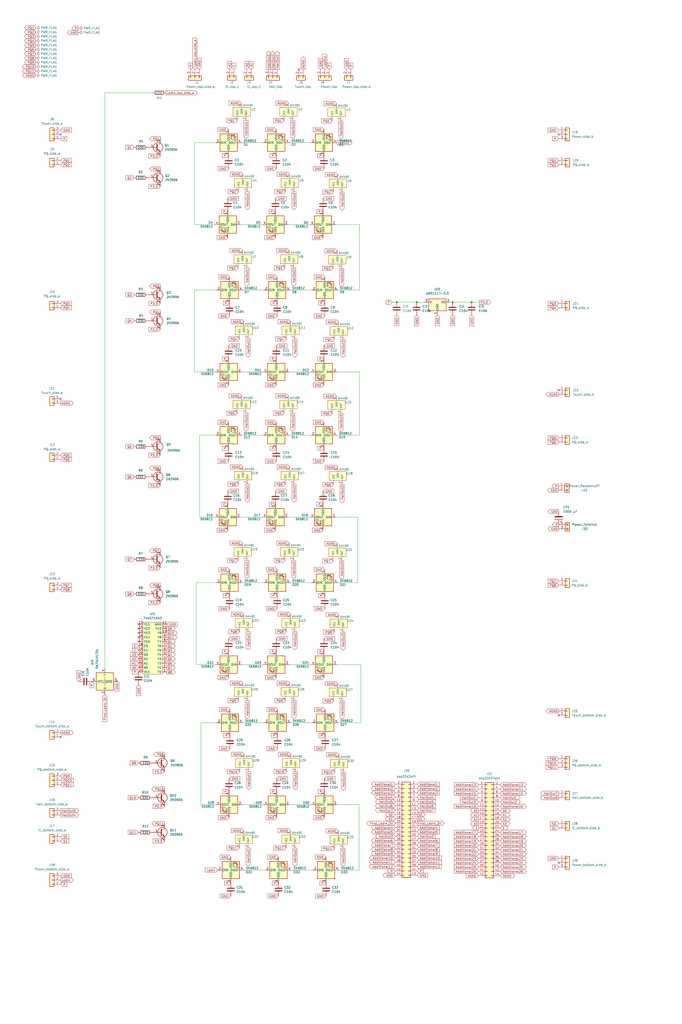
<source format=kicad_sch>
(kicad_sch (version 20211123) (generator eeschema)
  (paper "User" 399.999 599.999)
  (junction (at 265.43 177.038))
  (junction (at 276.606 177.038))
  (junction (at 232.664 177.038))
  (junction (at 244.348 177.038))
  (no_connect (at 327.66 228.6))
  (no_connect (at 81.28 375.92))
  (no_connect (at 81.28 373.38))
  (no_connect (at 81.28 370.84))
  (no_connect (at 81.28 368.3))
  (no_connect (at 81.28 365.76))
  (no_connect (at 175.26 40.64))
  (no_connect (at 327.66 505.46))
  (no_connect (at 35.56 233.68))
  (no_connect (at 35.56 78.74))
  (no_connect (at 327.66 78.74))
  (no_connect (at 35.56 431.8))
  (no_connect (at 327.66 419.1))
  (wire (pts (xy 170.18 169.926) (xy 182.88 169.926)))
  (wire (pts (xy 181.864 303.022) (xy 169.164 303.022)))
  (wire (pts (xy 276.606 177.038) (xy 281.178 177.038)))
  (wire (pts (xy 230.124 177.038) (xy 232.664 177.038)))
  (wire (pts (xy 265.43 177.038) (xy 276.606 177.038)))
  (wire (pts (xy 198.12 341.376) (xy 209.804 341.376)))
  (wire (pts (xy 198.12 169.926) (xy 210.82 169.926)))
  (wire (pts (xy 154.432 389.382) (xy 141.732 389.382)))
  (wire (pts (xy 114.046 217.932) (xy 126.492 217.932)))
  (wire (pts (xy 115.062 389.382) (xy 126.492 389.382)))
  (wire (pts (xy 181.864 131.572) (xy 169.164 131.572)))
  (wire (pts (xy 154.432 217.932) (xy 141.732 217.932)))
  (wire (pts (xy 211.582 389.382) (xy 197.612 389.382)))
  (wire (pts (xy 114.046 169.926) (xy 127 169.926)))
  (wire (pts (xy 182.626 471.424) (xy 169.926 471.424)))
  (wire (pts (xy 117.856 423.418) (xy 117.856 471.424)))
  (wire (pts (xy 210.566 471.424) (xy 210.566 509.778)))
  (wire (pts (xy 61.468 391.668) (xy 61.468 54.356)))
  (wire (pts (xy 115.062 341.376) (xy 115.062 389.382)))
  (wire (pts (xy 209.804 303.022) (xy 197.104 303.022)))
  (wire (pts (xy 182.372 217.932) (xy 169.672 217.932)))
  (wire (pts (xy 209.804 303.022) (xy 209.804 341.376)))
  (wire (pts (xy 210.82 217.932) (xy 210.82 255.016)))
  (wire (pts (xy 210.566 471.424) (xy 197.866 471.424)))
  (wire (pts (xy 197.612 217.932) (xy 210.82 217.932)))
  (wire (pts (xy 182.372 389.382) (xy 169.672 389.382)))
  (wire (pts (xy 126.492 255.016) (xy 117.094 255.016)))
  (wire (pts (xy 141.732 83.566) (xy 154.432 83.566)))
  (wire (pts (xy 142.24 169.926) (xy 154.94 169.926)))
  (wire (pts (xy 170.942 509.778) (xy 183.642 509.778)))
  (wire (pts (xy 198.882 509.778) (xy 210.566 509.778)))
  (wire (pts (xy 170.18 341.376) (xy 182.88 341.376)))
  (wire (pts (xy 142.24 341.376) (xy 154.94 341.376)))
  (wire (pts (xy 197.104 131.572) (xy 210.82 131.572)))
  (wire (pts (xy 61.468 54.356) (xy 89.662 54.356)))
  (wire (pts (xy 115.062 341.376) (xy 127 341.376)))
  (wire (pts (xy 264.16 177.038) (xy 265.43 177.038)))
  (wire (pts (xy 153.924 303.022) (xy 141.224 303.022)))
  (wire (pts (xy 143.002 509.778) (xy 155.702 509.778)))
  (wire (pts (xy 197.612 255.016) (xy 210.82 255.016)))
  (wire (pts (xy 141.732 255.016) (xy 154.432 255.016)))
  (wire (pts (xy 125.984 131.572) (xy 114.046 131.572)))
  (wire (pts (xy 170.434 423.418) (xy 183.134 423.418)))
  (wire (pts (xy 127.254 423.418) (xy 117.856 423.418)))
  (wire (pts (xy 198.374 423.418) (xy 211.582 423.418)))
  (wire (pts (xy 117.094 255.016) (xy 117.094 303.022)))
  (wire (pts (xy 117.094 303.022) (xy 125.984 303.022)))
  (wire (pts (xy 154.686 471.424) (xy 141.986 471.424)))
  (wire (pts (xy 114.046 169.926) (xy 114.046 217.932)))
  (wire (pts (xy 169.672 255.016) (xy 182.372 255.016)))
  (wire (pts (xy 169.672 83.566) (xy 182.372 83.566)))
  (wire (pts (xy 210.82 169.926) (xy 210.82 131.572)))
  (wire (pts (xy 153.924 131.572) (xy 141.224 131.572)))
  (wire (pts (xy 114.046 131.572) (xy 114.046 83.566)))
  (wire (pts (xy 244.348 177.038) (xy 248.92 177.038)))
  (wire (pts (xy 117.856 471.424) (xy 126.746 471.424)))
  (wire (pts (xy 114.046 83.566) (xy 126.492 83.566)))
  (wire (pts (xy 68.58 398.78) (xy 69.088 399.288)))
  (wire (pts (xy 211.582 423.418) (xy 211.582 389.382)))
  (wire (pts (xy 142.494 423.418) (xy 155.194 423.418)))
  (wire (pts (xy 232.664 177.038) (xy 244.348 177.038)))
  (global_label "AGND" (shape output) (at 20.574 44.196 180) (property "Intersheet References" "${INTERSHEET_REFS}" (effects hide)))
  (global_label "P3.3" (shape input) (at 93.98 332.74 180) (property "Intersheet References" "${INTERSHEET_REFS}" (effects hide)))
  (global_label "Q6" (shape input) (at 78.74 279.4 180) (property "Intersheet References" "${INTERSHEET_REFS}" (effects hide)))
  (global_label "AGND" (shape input) (at 169.672 146.812 180) (property "Intersheet References" "${INTERSHEET_REFS}" (effects hide)))
  (global_label "GND" (shape input) (at 134.366 479.044 180) (property "Intersheet References" "${INTERSHEET_REFS}" (effects hide)))
  (global_label "P" (shape input) (at 163.322 517.398 180) (property "Intersheet References" "${INTERSHEET_REFS}" (effects hide)))
  (global_label "HallOut3" (shape output) (at 201.422 452.374 270) (property "Intersheet References" "${INTERSHEET_REFS}" (effects hide)))
  (global_label "Q5" (shape output) (at 97.79 386.08 0) (property "Intersheet References" "${INTERSHEET_REFS}" (effects hide)))
  (global_label "HallOut7" (shape output) (at 327.66 464.82 180) (property "Intersheet References" "${INTERSHEET_REFS}" (effects hide)))
  (global_label "PQ8" (shape input) (at 35.56 345.44 0) (property "Intersheet References" "${INTERSHEET_REFS}" (effects hide)))
  (global_label "HallOut2" (shape input) (at 280.67 469.9 180) (property "Intersheet References" "${INTERSHEET_REFS}" (effects hide)))
  (global_label "HallOut3" (shape output) (at 200.406 328.676 270) (property "Intersheet References" "${INTERSHEET_REFS}" (effects hide)))
  (global_label "AGND" (shape input) (at 170.434 486.664 180) (property "Intersheet References" "${INTERSHEET_REFS}" (effects hide)))
  (global_label "PQ4" (shape output) (at 93.98 182.88 180) (property "Intersheet References" "${INTERSHEET_REFS}" (effects hide)))
  (global_label "PQ2" (shape input) (at 139.954 112.268 180) (property "Intersheet References" "${INTERSHEET_REFS}" (effects hide)))
  (global_label "AGND" (shape input) (at 198.628 486.918 180) (property "Intersheet References" "${INTERSHEET_REFS}" (effects hide)))
  (global_label "P" (shape input) (at 111.76 40.64 90) (property "Intersheet References" "${INTERSHEET_REFS}" (effects hide)))
  (global_label "Q10" (shape output) (at 97.79 370.84 0) (property "Intersheet References" "${INTERSHEET_REFS}" (effects hide)))
  (global_label "AGND" (shape input) (at 197.358 60.706 180) (property "Intersheet References" "${INTERSHEET_REFS}" (effects hide)))
  (global_label "AGND" (shape input) (at 198.882 442.214 180) (property "Intersheet References" "${INTERSHEET_REFS}" (effects hide)))
  (global_label "HallOut3" (shape output) (at 201.168 198.882 270) (property "Intersheet References" "${INTERSHEET_REFS}" (effects hide)))
  (global_label "HallOut2" (shape output) (at 172.974 370.078 270) (property "Intersheet References" "${INTERSHEET_REFS}" (effects hide)))
  (global_label "GND" (shape input) (at 244.348 184.658 270) (property "Intersheet References" "${INTERSHEET_REFS}" (effects hide)))
  (global_label "GND" (shape input) (at 190.754 438.658 180) (property "Intersheet References" "${INTERSHEET_REFS}" (effects hide)))
  (global_label "P" (shape input) (at 162.052 91.186 180) (property "Intersheet References" "${INTERSHEET_REFS}" (effects hide)))
  (global_label "E" (shape input) (at 81.28 378.46 180) (property "Intersheet References" "${INTERSHEET_REFS}" (effects hide)))
  (global_label "HallOut1" (shape output) (at 144.272 70.612 270) (property "Intersheet References" "${INTERSHEET_REFS}" (effects hide)))
  (global_label "Q3" (shape output) (at 97.79 381 0) (property "Intersheet References" "${INTERSHEET_REFS}" (effects hide)))
  (global_label "PQ10" (shape input) (at 35.56 457.2 0) (property "Intersheet References" "${INTERSHEET_REFS}" (effects hide)))
  (global_label "GND" (shape input) (at 162.56 356.616 180) (property "Intersheet References" "${INTERSHEET_REFS}" (effects hide)))
  (global_label "GND" (shape bidirectional) (at 231.902 512.826 180) (property "Intersheet References" "${INTERSHEET_REFS}" (effects hide)))
  (global_label "PQ11" (shape input) (at 196.088 497.078 180) (property "Intersheet References" "${INTERSHEET_REFS}" (effects hide)))
  (global_label "P" (shape input) (at 162.56 348.996 180) (property "Intersheet References" "${INTERSHEET_REFS}" (effects hide)))
  (global_label "GND" (shape input) (at 134.112 247.396 180) (property "Intersheet References" "${INTERSHEET_REFS}" (effects hide)))
  (global_label "PQ1" (shape output) (at 93.98 81.28 180) (property "Intersheet References" "${INTERSHEET_REFS}" (effects hide)))
  (global_label "HallOut2" (shape output) (at 172.212 156.972 270) (property "Intersheet References" "${INTERSHEET_REFS}" (effects hide)))
  (global_label "Additional10" (shape input) (at 244.602 502.666 0) (property "Intersheet References" "${INTERSHEET_REFS}" (effects hide)))
  (global_label "PQ7" (shape input) (at 35.56 342.9 0) (property "Intersheet References" "${INTERSHEET_REFS}" (effects hide)))
  (global_label "Q2" (shape input) (at 78.74 104.14 180) (property "Intersheet References" "${INTERSHEET_REFS}" (effects hide)))
  (global_label "First_LedIn_3V" (shape output) (at 244.602 482.346 0) (property "Intersheet References" "${INTERSHEET_REFS}" (effects hide)))
  (global_label "Additional10" (shape bidirectional) (at 231.902 502.666 180) (property "Intersheet References" "${INTERSHEET_REFS}" (effects hide)))
  (global_label "First_LedIn_3V" (shape bidirectional) (at 231.902 482.346 180) (property "Intersheet References" "${INTERSHEET_REFS}" (effects hide)))
  (global_label "Additional23" (shape bidirectional) (at 293.37 502.92 0) (property "Intersheet References" "${INTERSHEET_REFS}" (effects hide)))
  (global_label "PQ10" (shape input) (at 327.66 447.04 180) (property "Intersheet References" "${INTERSHEET_REFS}" (effects hide)))
  (global_label "HallOut6" (shape bidirectional) (at 231.902 472.186 180) (property "Intersheet References" "${INTERSHEET_REFS}" (effects hide)))
  (global_label "P3.3" (shape output) (at 281.178 177.038 0) (property "Intersheet References" "${INTERSHEET_REFS}" (effects hide)))
  (global_label "HallOut2" (shape output) (at 171.704 70.612 270) (property "Intersheet References" "${INTERSHEET_REFS}" (effects hide)))
  (global_label "Additional7" (shape input) (at 244.602 495.046 0) (property "Intersheet References" "${INTERSHEET_REFS}" (effects hide)))
  (global_label "GND" (shape input) (at 190.754 415.798 180) (property "Intersheet References" "${INTERSHEET_REFS}" (effects hide)))
  (global_label "AGND" (shape input) (at 280.67 513.08 180) (property "Intersheet References" "${INTERSHEET_REFS}" (effects hide)))
  (global_label "PQ9" (shape input) (at 167.386 410.464 180) (property "Intersheet References" "${INTERSHEET_REFS}" (effects hide)))
  (global_label "GND" (shape input) (at 134.112 225.552 180) (property "Intersheet References" "${INTERSHEET_REFS}" (effects hide)))
  (global_label "Q8" (shape output) (at 97.79 393.7 0) (property "Intersheet References" "${INTERSHEET_REFS}" (effects hide)))
  (global_label "S0" (shape input) (at 35.56 490.22 0) (property "Intersheet References" "${INTERSHEET_REFS}" (effects hide)))
  (global_label "PQ4" (shape input) (at 167.894 198.628 180) (property "Intersheet References" "${INTERSHEET_REFS}" (effects hide)))
  (global_label "HallOut3" (shape output) (at 200.66 410.718 270) (property "Intersheet References" "${INTERSHEET_REFS}" (effects hide)))
  (global_label "Q5" (shape input) (at 78.74 261.62 180) (property "Intersheet References" "${INTERSHEET_REFS}" (effects hide)))
  (global_label "AGND" (shape output) (at 327.66 231.14 180) (property "Intersheet References" "${INTERSHEET_REFS}" (effects hide)))
  (global_label "P3.3" (shape input) (at 93.98 266.7 180) (property "Intersheet References" "${INTERSHEET_REFS}" (effects hide)))
  (global_label "HallOut1" (shape output) (at 144.272 242.062 270) (property "Intersheet References" "${INTERSHEET_REFS}" (effects hide)))
  (global_label "Q3" (shape input) (at 78.74 172.72 180) (property "Intersheet References" "${INTERSHEET_REFS}" (effects hide)))
  (global_label "GND" (shape input) (at 134.366 456.184 0) (property "Intersheet References" "${INTERSHEET_REFS}" (effects hide)))
  (global_label "P3.3" (shape input) (at 93.98 109.22 180) (property "Intersheet References" "${INTERSHEET_REFS}" (effects hide)))
  (global_label "Additional22" (shape input) (at 280.67 500.38 180) (property "Intersheet References" "${INTERSHEET_REFS}" (effects hide)))
  (global_label "HallOut2" (shape output) (at 172.466 283.718 270) (property "Intersheet References" "${INTERSHEET_REFS}" (effects hide)))
  (global_label "PQ4" (shape input) (at 196.088 198.882 180) (property "Intersheet References" "${INTERSHEET_REFS}" (effects hide)))
  (global_label "GND" (shape input) (at 162.306 479.044 180) (property "Intersheet References" "${INTERSHEET_REFS}" (effects hide)))
  (global_label "E" (shape input) (at 137.16 40.64 90) (property "Intersheet References" "${INTERSHEET_REFS}" (effects hide)))
  (global_label "HallOut2" (shape output) (at 171.704 242.062 270) (property "Intersheet References" "${INTERSHEET_REFS}" (effects hide)))
  (global_label "Q11" (shape input) (at 81.28 487.68 180) (property "Intersheet References" "${INTERSHEET_REFS}" (effects hide)))
  (global_label "PQ3" (shape output) (at 20.574 21.336 180) (property "Intersheet References" "${INTERSHEET_REFS}" (effects hide)))
  (global_label "Additional13" (shape input) (at 280.67 459.74 180) (property "Intersheet References" "${INTERSHEET_REFS}" (effects hide)))
  (global_label "GND" (shape input) (at 35.56 76.2 0) (property "Intersheet References" "${INTERSHEET_REFS}" (effects hide)))
  (global_label "GND" (shape input) (at 134.112 374.142 0) (property "Intersheet References" "${INTERSHEET_REFS}" (effects hide)))
  (global_label "AGND" (shape output) (at 35.56 429.26 0) (property "Intersheet References" "${INTERSHEET_REFS}" (effects hide)))
  (global_label "Additional21" (shape input) (at 280.67 497.84 180) (property "Intersheet References" "${INTERSHEET_REFS}" (effects hide)))
  (global_label "Additional6" (shape input) (at 244.602 492.506 0) (property "Intersheet References" "${INTERSHEET_REFS}" (effects hide)))
  (global_label "P" (shape input) (at 134.874 431.038 180) (property "Intersheet References" "${INTERSHEET_REFS}" (effects hide)))
  (global_label "HallOut3" (shape bidirectional) (at 231.902 489.966 180) (property "Intersheet References" "${INTERSHEET_REFS}" (effects hide)))
  (global_label "AGND" (shape input) (at 197.866 318.516 180) (property "Intersheet References" "${INTERSHEET_REFS}" (effects hide)))
  (global_label "LedIn_top_side_a" (shape output) (at 97.282 54.356 0) (property "Intersheet References" "${INTERSHEET_REFS}" (effects hide)))
  (global_label "PQ7" (shape input) (at 139.7 328.422 180) (property "Intersheet References" "${INTERSHEET_REFS}" (effects hide)))
  (global_label "AGND" (shape input) (at 169.164 60.452 180) (property "Intersheet References" "${INTERSHEET_REFS}" (effects hide)))
  (global_label "Additional12" (shape input) (at 244.602 507.746 0) (property "Intersheet References" "${INTERSHEET_REFS}" (effects hide)))
  (global_label "PQ6" (shape output) (at 93.98 274.32 180) (property "Intersheet References" "${INTERSHEET_REFS}" (effects hide)))
  (global_label "GND" (shape input) (at 97.79 365.76 0) (property "Intersheet References" "${INTERSHEET_REFS}" (effects hide)))
  (global_label "Q1" (shape input) (at 78.74 86.36 180) (property "Intersheet References" "${INTERSHEET_REFS}" (effects hide)))
  (global_label "AGND" (shape input) (at 170.434 188.468 180) (property "Intersheet References" "${INTERSHEET_REFS}" (effects hide)))
  (global_label "Additional18" (shape bidirectional) (at 293.37 490.22 0) (property "Intersheet References" "${INTERSHEET_REFS}" (effects hide)))
  (global_label "PQ1" (shape output) (at 20.574 16.256 180) (property "Intersheet References" "${INTERSHEET_REFS}" (effects hide)))
  (global_label "Additional7" (shape bidirectional) (at 231.902 495.046 180) (property "Intersheet References" "${INTERSHEET_REFS}" (effects hide)))
  (global_label "P" (shape output) (at 327.406 284.734 180) (property "Intersheet References" "${INTERSHEET_REFS}" (effects hide)))
  (global_label "HallOut1" (shape output) (at 162.56 40.64 90) (property "Intersheet References" "${INTERSHEET_REFS}" (effects hide)))
  (global_label "Additional6" (shape bidirectional) (at 231.902 492.506 180) (property "Intersheet References" "${INTERSHEET_REFS}" (effects hide)))
  (global_label "GND" (shape input) (at 189.484 287.782 0) (property "Intersheet References" "${INTERSHEET_REFS}" (effects hide)))
  (global_label "HallOut2" (shape output) (at 160.02 40.64 90) (property "Intersheet References" "${INTERSHEET_REFS}" (effects hide)))
  (global_label "PQ9" (shape output) (at 20.574 36.576 180) (property "Intersheet References" "${INTERSHEET_REFS}" (effects hide)))
  (global_label "GND" (shape output) (at 327.66 299.72 180) (property "Intersheet References" "${INTERSHEET_REFS}" (effects hide)))
  (global_label "P3.3" (shape input) (at 93.98 353.06 180) (property "Intersheet References" "${INTERSHEET_REFS}" (effects hide)))
  (global_label "HallOut3" (shape input) (at 244.602 489.966 0) (property "Intersheet References" "${INTERSHEET_REFS}" (effects hide)))
  (global_label "GND" (shape input) (at 232.664 184.658 270) (property "Intersheet References" "${INTERSHEET_REFS}" (effects hide)))
  (global_label "HallOut1" (shape output) (at 145.542 496.824 270) (property "Intersheet References" "${INTERSHEET_REFS}" (effects hide)))
  (global_label "PQ10" (shape input) (at 168.148 452.12 180) (property "Intersheet References" "${INTERSHEET_REFS}" (effects hide)))
  (global_label "P" (shape input) (at 161.544 123.952 180) (property "Intersheet References" "${INTERSHEET_REFS}" (effects hide)))
  (global_label "Q9" (shape output) (at 97.79 368.3 0) (property "Intersheet References" "${INTERSHEET_REFS}" (effects hide)))
  (global_label "GND" (shape input) (at 189.484 116.332 0) (property "Intersheet References" "${INTERSHEET_REFS}" (effects hide)))
  (global_label "Additional26" (shape bidirectional) (at 293.37 510.54 0) (property "Intersheet References" "${INTERSHEET_REFS}" (effects hide)))
  (global_label "Additional2" (shape input) (at 244.602 462.026 0) (property "Intersheet References" "${INTERSHEET_REFS}" (effects hide)))
  (global_label "Additional16" (shape bidirectional) (at 293.37 472.44 0) (property "Intersheet References" "${INTERSHEET_REFS}" (effects hide)))
  (global_label "PQ8" (shape output) (at 93.98 342.9 180) (property "Intersheet References" "${INTERSHEET_REFS}" (effects hide)))
  (global_label "GND" (shape input) (at 134.62 162.306 180) (property "Intersheet References" "${INTERSHEET_REFS}" (effects hide)))
  (global_label "PQ8" (shape input) (at 167.894 370.078 180) (property "Intersheet References" "${INTERSHEET_REFS}" (effects hide)))
  (global_label "S0" (shape input) (at 327.66 482.6 180) (property "Intersheet References" "${INTERSHEET_REFS}" (effects hide)))
  (global_label "PQ11" (shape input) (at 140.462 496.824 180) (property "Intersheet References" "${INTERSHEET_REFS}" (effects hide)))
  (global_label "GND" (shape output) (at 327.406 287.274 180) (property "Intersheet References" "${INTERSHEET_REFS}" (effects hide)))
  (global_label "Additional3" (shape input) (at 244.602 464.566 0) (property "Intersheet References" "${INTERSHEET_REFS}" (effects hide)))
  (global_label "PQ8" (shape input) (at 140.462 370.078 180) (property "Intersheet References" "${INTERSHEET_REFS}" (effects hide)))
  (global_label "HallOut2" (shape output) (at 172.466 112.268 270) (property "Intersheet References" "${INTERSHEET_REFS}" (effects hide)))
  (global_label "PQ1" (shape input) (at 139.192 70.612 180) (property "Intersheet References" "${INTERSHEET_REFS}" (effects hide)))
  (global_label "AGND" (shape input) (at 143.002 486.664 180) (property "Intersheet References" "${INTERSHEET_REFS}" (effects hide)))
  (global_label "P" (shape input) (at 230.124 177.038 180) (property "Intersheet References" "${INTERSHEET_REFS}" (effects hide)))
  (global_label "PQ11" (shape input) (at 167.894 496.824 180) (property "Intersheet References" "${INTERSHEET_REFS}" (effects hide)))
  (global_label "PQ7" (shape output) (at 93.98 322.58 180) (property "Intersheet References" "${INTERSHEET_REFS}" (effects hide)))
  (global_label "Q1" (shape output) (at 97.79 375.92 0) (property "Intersheet References" "${INTERSHEET_REFS}" (effects hide)))
  (global_label "P" (shape input) (at 162.052 262.636 180) (property "Intersheet References" "${INTERSHEET_REFS}" (effects hide)))
  (global_label "S1" (shape input) (at 327.66 485.14 180) (property "Intersheet References" "${INTERSHEET_REFS}" (effects hide)))
  (global_label "Additional23" (shape input) (at 280.67 502.92 180) (property "Intersheet References" "${INTERSHEET_REFS}" (effects hide)))
  (global_label "GND" (shape input) (at 134.112 270.256 180) (property "Intersheet References" "${INTERSHEET_REFS}" (effects hide)))
  (global_label "P3.3" (shape input) (at 93.98 91.44 180) (property "Intersheet References" "${INTERSHEET_REFS}" (effects hide)))
  (global_label "GND" (shape input) (at 163.322 502.158 180) (property "Intersheet References" "${INTERSHEET_REFS}" (effects hide)))
  (global_label "GND" (shape input) (at 256.54 184.658 270) (property "Intersheet References" "${INTERSHEET_REFS}" (effects hide)))
  (global_label "AGND" (shape input) (at 198.628 188.722 180) (property "Intersheet References" "${INTERSHEET_REFS}" (effects hide)))
  (global_label "PQ10" (shape output) (at 96.52 462.28 180) (property "Intersheet References" "${INTERSHEET_REFS}" (effects hide)))
  (global_label "Additional11" (shape input) (at 244.602 505.206 0) (property "Intersheet References" "${INTERSHEET_REFS}" (effects hide)))
  (global_label "PQ6" (shape input) (at 167.386 283.718 180) (property "Intersheet References" "${INTERSHEET_REFS}" (effects hide)))
  (global_label "P" (shape input) (at 162.052 210.312 180) (property "Intersheet References" "${INTERSHEET_REFS}" (effects hide)))
  (global_label "PQ3" (shape input) (at 139.7 156.972 180) (property "Intersheet References" "${INTERSHEET_REFS}" (effects hide)))
  (global_label "AGND" (shape input) (at 142.494 273.558 180) (property "Intersheet References" "${INTERSHEET_REFS}" (effects hide)))
  (global_label "PQ8" (shape input) (at 196.088 370.332 180) (property "Intersheet References" "${INTERSHEET_REFS}" (effects hide)))
  (global_label "HallOut6" (shape output) (at 327.66 467.36 180) (property "Intersheet References" "${INTERSHEET_REFS}" (effects hide)))
  (global_label "PQ5" (shape input) (at 327.66 256.54 180) (property "Intersheet References" "${INTERSHEET_REFS}" (effects hide)))
  (global_label "A0" (shape input) (at 81.28 391.16 180) (property "Intersheet References" "${INTERSHEET_REFS}" (effects hide)))
  (global_label "PQ2" (shape input) (at 167.386 112.268 180) (property "Intersheet References" "${INTERSHEET_REFS}" (effects hide)))
  (global_label "GND" (shape input) (at 161.544 116.332 0) (property "Intersheet References" "${INTERSHEET_REFS}" (effects hide)))
  (global_label "GND" (shape input) (at 187.96 40.64 90) (property "Intersheet References" "${INTERSHEET_REFS}" (effects hide)))
  (global_label "PQ6" (shape input) (at 327.66 259.08 180) (property "Intersheet References" "${INTERSHEET_REFS}" (effects hide)))
  (global_label "PQ9" (shape input) (at 327.66 444.5 180) (property "Intersheet References" "${INTERSHEET_REFS}" (effects hide)))
  (global_label "Q2" (shape output) (at 97.79 378.46 0) (property "Intersheet References" "${INTERSHEET_REFS}" (effects hide)))
  (global_label "GND" (shape input) (at 244.602 512.826 0) (property "Intersheet References" "${INTERSHEET_REFS}" (effects hide)))
  (global_label "A2" (shape input) (at 81.28 386.08 180) (property "Intersheet References" "${INTERSHEET_REFS}" (effects hide)))
  (global_label "GND" (shape input) (at 81.28 401.32 270) (property "Intersheet References" "${INTERSHEET_REFS}" (effects hide)))
  (global_label "GND" (shape input) (at 190.5 333.756 180) (property "Intersheet References" "${INTERSHEET_REFS}" (effects hide)))
  (global_label "Additional12" (shape bidirectional) (at 231.902 507.746 180) (property "Intersheet References" "${INTERSHEET_REFS}" (effects hide)))
  (global_label "AGND" (shape input) (at 142.494 102.108 180) (property "Intersheet References" "${INTERSHEET_REFS}" (effects hide)))
  (global_label "GND" (shape input) (at 189.484 310.642 180) (property "Intersheet References" "${INTERSHEET_REFS}" (effects hide)))
  (global_label "P" (shape input) (at 162.052 381.762 180) (property "Intersheet References" "${INTERSHEET_REFS}" (effects hide)))
  (global_label "LedOut" (shape input) (at 190.5 40.64 90) (property "Intersheet References" "${INTERSHEET_REFS}" (effects hide)))
  (global_label "Additional14" (shape bidirectional) (at 293.37 462.28 0) (property "Intersheet References" "${INTERSHEET_REFS}" (effects hide)))
  (global_label "GND" (shape input) (at 134.874 438.658 180) (property "Intersheet References" "${INTERSHEET_REFS}" (effects hide)))
  (global_label "Additional9" (shape input) (at 244.602 500.126 0) (property "Intersheet References" "${INTERSHEET_REFS}" (effects hide)))
  (global_label "P" (shape input) (at 189.992 262.636 180) (property "Intersheet References" "${INTERSHEET_REFS}" (effects hide)))
  (global_label "PQ1" (shape input) (at 327.66 93.98 180) (property "Intersheet References" "${INTERSHEET_REFS}" (effects hide)))
  (global_label "Additional18" (shape input) (at 280.67 490.22 180) (property "Intersheet References" "${INTERSHEET_REFS}" (effects hide)))
  (global_label "S0" (shape bidirectional) (at 231.902 477.266 180) (property "Intersheet References" "${INTERSHEET_REFS}" (effects hide)))
  (global_label "PQ11" (shape input) (at 327.66 449.58 180) (property "Intersheet References" "${INTERSHEET_REFS}" (effects hide)))
  (global_label "GND" (shape input) (at 162.052 98.806 180) (property "Intersheet References" "${INTERSHEET_REFS}" (effects hide)))
  (global_label "GND" (shape input) (at 162.306 456.184 0) (property "Intersheet References" "${INTERSHEET_REFS}" (effects hide)))
  (global_label "P" (shape input) (at 189.992 381.762 180) (property "Intersheet References" "${INTERSHEET_REFS}" (effects hide)))
  (global_label "GND" (shape input) (at 327.66 502.92 180) (property "Intersheet References" "${INTERSHEET_REFS}" (effects hide)))
  (global_label "P" (shape input) (at 134.112 210.312 180) (property "Intersheet References" "${INTERSHEET_REFS}" (effects hide)))
  (global_label "LedIn_top_side_a" (shape input) (at 114.3 40.64 90) (property "Intersheet References" "${INTERSHEET_REFS}" (effects hide)))
  (global_label "P" (shape input) (at 35.56 81.28 0) (property "Intersheet References" "${INTERSHEET_REFS}" (effects hide)))
  (global_label "GND" (shape input) (at 135.382 525.018 180) (property "Intersheet References" "${INTERSHEET_REFS}" (effects hide)))
  (global_label "Additional8" (shape bidirectional) (at 231.902 497.586 180) (property "Intersheet References" "${INTERSHEET_REFS}" (effects hide)))
  (global_label "HallOut1" (shape output) (at 144.78 328.422 270) (property "Intersheet References" "${INTERSHEET_REFS}" (effects hide)))
  (global_label "HallOut3" (shape output) (at 200.406 157.226 270) (property "Intersheet References" "${INTERSHEET_REFS}" (effects hide)))
  (global_label "PQ2" (shape output) (at 20.574 18.796 180) (property "Intersheet References" "${INTERSHEET_REFS}" (effects hide)))
  (global_label "HallOut2" (shape bidirectional) (at 293.37 469.9 0) (property "Intersheet References" "${INTERSHEET_REFS}" (effects hide)))
  (global_label "HallOut4" (shape bidirectional) (at 231.902 467.106 180) (property "Intersheet References" "${INTERSHEET_REFS}" (effects hide)))
  (global_label "P3.3" (shape input) (at 93.98 284.48 180) (property "Intersheet References" "${INTERSHEET_REFS}" (effects hide)))
  (global_label "A1" (shape input) (at 147.32 40.64 90) (property "Intersheet References" "${INTERSHEET_REFS}" (effects hide)))
  (global_label "P" (shape input) (at 244.602 510.286 0) (property "Intersheet References" "${INTERSHEET_REFS}" (effects hide)))
  (global_label "GND" (shape input) (at 189.992 75.946 180) (property "Intersheet References" "${INTERSHEET_REFS}" (effects hide)))
  (global_label "LedIn" (shape input) (at 127.762 509.778 180) (property "Intersheet References" "${INTERSHEET_REFS}" (effects hide)))
  (global_label "GND" (shape input) (at 161.544 287.782 0) (property "Intersheet References" "${INTERSHEET_REFS}" (effects hide)))
  (global_label "PQ8" (shape input) (at 327.66 342.9 180) (property "Intersheet References" "${INTERSHEET_REFS}" (effects hide)))
  (global_label "AGND" (shape input) (at 169.164 231.902 180) (property "Intersheet References" "${INTERSHEET_REFS}" (effects hide)))
  (global_label "GND" (shape input) (at 327.66 76.2 180) (property "Intersheet References" "${INTERSHEET_REFS}" (effects hide)))
  (global_label "P" (shape input) (at 189.484 295.402 180) (property "Intersheet References" "${INTERSHEET_REFS}" (effects hide)))
  (global_label "GND" (shape output) (at 327.66 309.88 180) (property "Intersheet References" "${INTERSHEET_REFS}" (effects hide)))
  (global_label "Additional15" (shape input) (at 280.67 464.82 180) (property "Intersheet References" "${INTERSHEET_REFS}" (effects hide)))
  (global_label "GND" (shape output) (at 45.72 19.05 180) (property "Intersheet References" "${INTERSHEET_REFS}" (effects hide)))
  (global_label "PQ8" (shape output) (at 20.574 34.036 180) (property "Intersheet References" "${INTERSHEET_REFS}" (effects hide)))
  (global_label "Additional20" (shape bidirectional) (at 293.37 495.3 0) (property "Intersheet References" "${INTERSHEET_REFS}" (effects hide)))
  (global_label "Additional4" (shape input) (at 244.602 484.886 0) (property "Intersheet References" "${INTERSHEET_REFS}" (effects hide)))
  (global_label "Additional1" (shape input) (at 244.602 459.486 0) (property "Intersheet References" "${INTERSHEET_REFS}" (effects hide)))
  (global_label "GND" (shape input) (at 162.052 397.002 180) (property "Intersheet References" "${INTERSHEET_REFS}" (effects hide)))
  (global_label "P" (shape input) (at 191.262 517.398 180) (property "Intersheet References" "${INTERSHEET_REFS}" (effects hide)))
  (global_label "PQ4" (shape input) (at 140.462 198.628 180) (property "Intersheet References" "${INTERSHEET_REFS}" (effects hide)))
  (global_label "AGND" (shape input) (at 169.672 318.262 180) (property "Intersheet References" "${INTERSHEET_REFS}" (effects hide)))
  (global_label "AGND" (shape input) (at 142.24 318.262 180) (property "Intersheet References" "${INTERSHEET_REFS}" (effects hide)))
  (global_label "GND" (shape input) (at 190.5 356.616 180) (property "Intersheet References" "${INTERSHEET_REFS}" (effects hide)))
  (global_label "A0" (shape input) (at 144.78 40.64 90) (property "Intersheet References" "${INTERSHEET_REFS}" (effects hide)))
  (global_label "P3.3" (shape input) (at 93.98 193.04 180) (property "Intersheet References" "${INTERSHEET_REFS}" (effects hide)))
  (global_label "P" (shape input) (at 189.484 123.952 180) (property "Intersheet References" "${INTERSHEET_REFS}" (effects hide)))
  (global_label "PQ9" (shape input) (at 195.58 410.718 180) (property "Intersheet References" "${INTERSHEET_REFS}" (effects hide)))
  (global_label "P" (shape input) (at 53.848 399.288 270) (property "Intersheet References" "${INTERSHEET_REFS}" (effects hide)))
  (global_label "HallOut3" (shape output) (at 201.168 497.078 270) (property "Intersheet References" "${INTERSHEET_REFS}" (effects hide)))
  (global_label "GND" (shape input) (at 46.228 399.288 90) (property "Intersheet References" "${INTERSHEET_REFS}" (effects hide)))
  (global_label "P" (shape input) (at 327.66 81.28 180) (property "Intersheet References" "${INTERSHEET_REFS}" (effects hide)))
  (global_label "Additional21" (shape bidirectional) (at 293.37 497.84 0) (property "Intersheet References" "${INTERSHEET_REFS}" (effects hide)))
  (global_label "HallOut5" (shape input) (at 244.602 469.646 0) (property "Intersheet References" "${INTERSHEET_REFS}" (effects hide)))
  (global_label "GND" (shape input) (at 189.992 374.142 0) (property "Intersheet References" "${INTERSHEET_REFS}" (effects hide)))
  (global_label "AGND" (shape input) (at 143.002 188.468 180) (property "Intersheet References" "${INTERSHEET_REFS}" (effects hide)))
  (global_label "LedOut" (shape output) (at 197.612 83.566 0) (property "Intersheet References" "${INTERSHEET_REFS}" (effects hide)))
  (global_label "A2" (shape input) (at 134.62 40.64 90) (property "Intersheet References" "${INTERSHEET_REFS}" (effects hide)))
  (global_label "GND" (shape input) (at 134.62 185.166 180) (property "Intersheet References" "${INTERSHEET_REFS}" (effects hide)))
  (global_label "AGND" (shape input) (at 141.732 231.902 180) (property "Intersheet References" "${INTERSHEET_REFS}" (effects hide)))
  (global_label "S1" (shape input) (at 35.56 492.76 0) (property "Intersheet References" "${INTERSHEET_REFS}" (effects hide)))
  (global_label "PQ1" (shape input) (at 166.624 70.612 180) (property "Intersheet References" "${INTERSHEET_REFS}" (effects hide)))
  (global_label "GND" (shape input) (at 133.604 139.192 180) (property "Intersheet References" "${INTERSHEET_REFS}" (effects hide)))
  (global_label "GND" (shape input) (at 162.052 225.552 180) (property "Intersheet References" "${INTERSHEET_REFS}" (effects hide)))
  (global_label "HallOut4" (shape output) (at 35.56 477.52 0) (property "Intersheet References" "${INTERSHEET_REFS}" (effects hide)))
  (global_label "PQ5" (shape input) (at 139.192 242.062 180) (property "Intersheet References" "${INTERSHEET_REFS}" (effects hide)))
  (global_label "PQ7" (shape input) (at 327.66 340.36 180) (property "Intersheet References" "${INTERSHEET_REFS}" (effects hide)))
  (global_label "PQ11" (shape output) (at 20.574 41.656 180) (property "Intersheet References" "${INTERSHEET_REFS}" (effects hide)))
  (global_label "P" (shape output) (at 45.72 16.51 180) (property "Intersheet References" "${INTERSHEET_REFS}" (effects hide)))
  (global_label "PQ5" (shape input) (at 35.56 266.7 0) (property "Intersheet References" "${INTERSHEET_REFS}" (effects hide)))
  (global_label "HallOut7" (shape input) (at 244.602 474.726 0) (property "Intersheet References" "${INTERSHEET_REFS}" (effects hide)))
  (global_label "PQ2" (shape input) (at 195.58 112.522 180) (property "Intersheet References" "${INTERSHEET_REFS}" (effects hide)))
  (global_label "PQ3" (shape input) (at 35.56 177.8 0) (property "Intersheet References" "${INTERSHEET_REFS}" (effects hide)))
  (global_label "First_LedIn_3V" (shape input) (at 61.468 406.908 270) (property "Intersheet References" "${INTERSHEET_REFS}" (effects hide)))
  (global_label "GND" (shape input) (at 134.112 98.806 180) (property "Intersheet References" "${INTERSHEET_REFS}" (effects hide)))
  (global_label "Q8" (shape input) (at 78.74 347.98 180) (property "Intersheet References" "${INTERSHEET_REFS}" (effects hide)))
  (global_label "Additional2" (shape bidirectional) (at 231.902 462.026 180) (property "Intersheet References" "${INTERSHEET_REFS}" (effects hide)))
  (global_label "GND" (shape input) (at 162.052 247.396 180) (property "Intersheet References" "${INTERSHEET_REFS}" (effects hide)))
  (global_label "AGND" (shape output) (at 177.8 40.64 90) (property "Intersheet References" "${INTERSHEET_REFS}" (effects hide)))
  (global_label "HallOut5" (shape output) (at 35.56 474.98 0) (property "Intersheet References" "${INTERSHEET_REFS}" (effects hide)))
  (global_label "E" (shape input) (at 81.28 381 180) (property "Intersheet References" "${INTERSHEET_REFS}" (effects hide)))
  (global_label "P" (shape input) (at 134.112 381.762 180) (property "Intersheet References" "${INTERSHEET_REFS}" (effects hide)))
  (global_label "GND" (shape input) (at 68.58 398.78 270) (property "Intersheet References" "${INTERSHEET_REFS}" (effects hide)))
  (global_label "GND" (shape input) (at 134.112 75.946 180) (property "Intersheet References" "${INTERSHEET_REFS}" (effects hide)))
  (global_label "AGND" (shape input) (at 170.688 441.96 180) (property "Intersheet References" "${INTERSHEET_REFS}" (effects hide)))
  (global_label "Additional26" (shape input) (at 280.67 510.54 180) (property "Intersheet References" "${INTERSHEET_REFS}" (effects hide)))
  (global_label "Additional5" (shape input) (at 244.602 487.426 0) (property "Intersheet References" "${INTERSHEET_REFS}" (effects hide)))
  (global_label "PQ3" (shape input) (at 167.132 156.972 180) (property "Intersheet References" "${INTERSHEET_REFS}" (effects hide)))
  (global_label "Additional22" (shape bidirectional) (at 293.37 500.38 0) (property "Intersheet References" "${INTERSHEET_REFS}" (effects hide)))
  (global_label "GND" (shape input) (at 162.814 415.798 180) (property "Intersheet References" "${INTERSHEET_REFS}" (effects hide)))
  (global_label "P3.3" (shape input) (at 96.52 452.12 180) (property "Intersheet References" "${INTERSHEET_REFS}" (effects hide)))
  (global_label "PQ9" (shape input) (at 35.56 454.66 0) (property "Intersheet References" "${INTERSHEET_REFS}" (effects hide)))
  (global_label "PQ6" (shape input) (at 195.58 283.972 180) (property "Intersheet References" "${INTERSHEET_REFS}" (effects hide)))
  (global_label "GND" (shape input) (at 162.052 202.692 0) (property "Intersheet References" "${INTERSHEET_REFS}" (effects hide)))
  (global_label "S1" (shape bidirectional) (at 231.902 479.806 180) (property "Intersheet References" "${INTERSHEET_REFS}" (effects hide)))
  (global_label "Additional24" (shape input) (at 280.67 505.46 180) (property "Intersheet References" "${INTERSHEET_REFS}" (effects hide)))
  (global_label "A1" (shape input) (at 81.28 388.62 180) (property "Intersheet References" "${INTERSHEET_REFS}" (effects hide)))
  (global_label "HallOut2" (shape output) (at 172.212 328.422 270) (property "Intersheet References" "${INTERSHEET_REFS}" (effects hide)))
  (global_label "GND" (shape input) (at 276.606 184.658 270) (property "Intersheet References" "${INTERSHEET_REFS}" (effects hide)))
  (global_label "GND" (shape input) (at 189.992 270.256 180) (property "Intersheet References" "${INTERSHEET_REFS}" (effects hide)))
  (global_label "AGND" (shape input) (at 142.494 400.304 180) (property "Intersheet References" "${INTERSHEET_REFS}" (effects hide)))
  (global_label "Additional17" (shape input) (at 280.67 487.68 180) (property "Intersheet References" "${INTERSHEET_REFS}" (effects hide)))
  (global_label "Q10" (shape input) (at 81.28 467.36 180) (property "Intersheet References" "${INTERSHEET_REFS}" (effects hide)))
  (global_label "Additional16" (shape input) (at 280.67 472.44 180) (property "Intersheet References" "${INTERSHEET_REFS}" (effects hide)))
  (global_label "PQ3" (shape input) (at 195.326 157.226 180) (property "Intersheet References" "${INTERSHEET_REFS}" (effects hide)))
  (global_label "Additional20" (shape input) (at 280.67 495.3 180) (property "Intersheet References" "${INTERSHEET_REFS}" (effects hide)))
  (global_label "GND" (shape input) (at 189.992 247.396 180) (property "Intersheet References" "${INTERSHEET_REFS}" (effects hide)))
  (global_label "AGND" (shape input) (at 169.926 102.108 180) (property "Intersheet References" "${INTERSHEET_REFS}" (effects hide)))
  (global_label "HallOut6" (shape input) (at 244.602 472.186 0) (property "Intersheet References" "${INTERSHEET_REFS}" (effects hide)))
  (global_label "P" (shape input) (at 189.992 91.186 180) (property "Intersheet References" "${INTERSHEET_REFS}" (effects hide)))
  (global_label "S1" (shape output) (at 244.602 479.806 0) (property "Intersheet References" "${INTERSHEET_REFS}" (effects hide)))
  (global_label "A1" (shape output) (at 280.67 477.52 180) (property "Intersheet References" "${INTERSHEET_REFS}" (effects hide)))
  (global_label "GND" (shape input) (at 135.382 502.158 180) (property "Intersheet References" "${INTERSHEET_REFS}" (effects hide)))
  (global_label "A3" (shape input) (at 81.28 383.54 180) (property "Intersheet References" "${INTERSHEET_REFS}" (effects hide)))
  (global_label "GND" (shape input) (at 190.5 185.166 180) (property "Intersheet References" "${INTERSHEET_REFS}" (effects hide)))
  (global_label "Additional19" (shape input) (at 280.67 492.76 180) (property "Intersheet References" "${INTERSHEET_REFS}" (effects hide)))
  (global_label "Additional25" (shape bidirectional) (at 293.37 508 0) (property "Intersheet References" "${INTERSHEET_REFS}" (effects hide)))
  (global_label "Additional4" (shape bidirectional) (at 231.902 484.886 180) (property "Intersheet References" "${INTERSHEET_REFS}" (effects hide)))
  (global_label "GND" (shape input) (at 265.43 184.658 270) (property "Intersheet References" "${INTERSHEET_REFS}" (effects hide)))
  (global_label "Additional1" (shape bidirectional) (at 231.902 459.486 180) (property "Intersheet References" "${INTERSHEET_REFS}" (effects hide)))
  (global_label "P" (shape input) (at 134.62 348.996 180) (property "Intersheet References" "${INTERSHEET_REFS}" (effects hide)))
  (global_label "PQ10" (shape input) (at 140.716 452.12 180) (property "Intersheet References" "${INTERSHEET_REFS}" (effects hide)))
  (global_label "GND" (shape input) (at 162.052 270.256 180) (property "Intersheet References" "${INTERSHEET_REFS}" (effects hide)))
  (global_label "Additional9" (shape bidirectional) (at 231.902 500.126 180) (property "Intersheet References" "${INTERSHEET_REFS}" (effects hide)))
  (global_label "GND" (shape input) (at 203.2 40.64 90) (property "Intersheet References" "${INTERSHEET_REFS}" (effects hide)))
  (global_label "GND" (shape input) (at 162.052 75.946 180) (property "Intersheet References" "${INTERSHEET_REFS}" (effects hide)))
  (global_label "HallOut1" (shape output) (at 145.796 452.12 270) (property "Intersheet References" "${INTERSHEET_REFS}" (effects hide)))
  (global_label "HallOut4" (shape input) (at 244.602 467.106 0) (property "Intersheet References" "${INTERSHEET_REFS}" (effects hide)))
  (global_label "P" (shape input) (at 190.5 177.546 180) (property "Intersheet References" "${INTERSHEET_REFS}" (effects hide)))
  (global_label "GND" (shape input) (at 161.544 310.642 180) (property "Intersheet References" "${INTERSHEET_REFS}" (effects hide)))
  (global_label "A1" (shape bidirectional) (at 293.37 477.52 0) (property "Intersheet References" "${INTERSHEET_REFS}" (effects hide)))
  (global_label "A3" (shape bidirectional) (at 293.37 482.6 0) (property "Intersheet References" "${INTERSHEET_REFS}" (effects hide)))
  (global_label "Additional19" (shape bidirectional) (at 293.37 492.76 0) (property "Intersheet References" "${INTERSHEET_REFS}" (effects hide)))
  (global_label "GND" (shape input) (at 162.052 374.142 0) (property "Intersheet References" "${INTERSHEET_REFS}" (effects hide)))
  (global_label "P3.3" (shape input) (at 96.52 472.44 180) (property "Intersheet References" "${INTERSHEET_REFS}" (effects hide)))
  (global_label "E" (shape bidirectional) (at 293.37 485.14 0) (property "Intersheet References" "${INTERSHEET_REFS}" (effects hide)))
  (global_label "PQ5" (shape output) (at 20.574 26.416 180) (property "Intersheet References" "${INTERSHEET_REFS}" (effects hide)))
  (global_label "HallOut2" (shape output) (at 172.974 198.628 270) (property "Intersheet References" "${INTERSHEET_REFS}" (effects hide)))
  (global_label "PQ7" (shape output) (at 20.574 31.496 180) (property "Intersheet References" "${INTERSHEET_REFS}" (effects hide)))
  (global_label "P" (shape input) (at 190.754 431.038 180) (property "Intersheet References" "${INTERSHEET_REFS}" (effects hide)))
  (global_label "PQ4" (shape input) (at 35.56 180.34 0) (property "Intersheet References" "${INTERSHEET_REFS}" (effects hide)))
  (global_label "PQ1" (shape input) (at 35.56 93.98 0) (property "Intersheet References" "${INTERSHEET_REFS}" (effects hide)))
  (global_label "AGND" (shape input) (at 197.358 232.156 180) (property "Intersheet References" "${INTERSHEET_REFS}" (effects hide)))
  (global_label "AGND" (shape input) (at 197.866 147.066 180) (property "Intersheet References" "${INTERSHEET_REFS}" (effects hide)))
  (global_label "HallOut3" (shape output) (at 200.66 283.972 270) (property "Intersheet References" "${INTERSHEET_REFS}" (effects hide)))
  (global_label "PQ2" (shape output) (at 93.98 99.06 180) (property "Intersheet References" "${INTERSHEET_REFS}" (effects hide)))
  (global_label "PQ6" (shape input) (at 139.954 283.718 180) (property "Intersheet References" "${INTERSHEET_REFS}" (effects hide)))
  (global_label "HallOut1" (shape output) (at 145.034 112.268 270) (property "Intersheet References" "${INTERSHEET_REFS}" (effects hide)))
  (global_label "HallOut5" (shape bidirectional) (at 231.902 469.646 180) (property "Intersheet References" "${INTERSHEET_REFS}" (effects hide)))
  (global_label "GND" (shape input) (at 161.544 139.192 180) (property "Intersheet References" "${INTERSHEET_REFS}" (effects hide)))
  (global_label "GND" (shape input) (at 162.56 185.166 180) (property "Intersheet References" "${INTERSHEET_REFS}" (effects hide)))
  (global_label "PQ5" (shape input) (at 166.624 242.062 180) (property "Intersheet References" "${INTERSHEET_REFS}" (effects hide)))
  (global_label "GND" (shape input) (at 134.62 356.616 180) (property "Intersheet References" "${INTERSHEET_REFS}" (effects hide)))
  (global_label "GND" (shape input) (at 116.84 40.64 90) (property "Intersheet References" "${INTERSHEET_REFS}" (effects hide)))
  (global_label "AGND" (shape input) (at 170.434 359.918 180) (property "Intersheet References" "${INTERSHEET_REFS}" (effects hide)))
  (global_label "GND" (shape input) (at 189.484 139.192 180) (property "Intersheet References" "${INTERSHEET_REFS}" (effects hide)))
  (global_label "AGND" (shape input) (at 143.002 359.918 180) (property "Intersheet References" "${INTERSHEET_REFS}" (effects hide)))
  (global_label "Q9" (shape input) (at 81.28 447.04 180) (property "Intersheet References" "${INTERSHEET_REFS}" (effects hide)))
  (global_label "P" (shape input) (at 134.112 262.636 180) (property "Intersheet References" "${INTERSHEET_REFS}" (effects hide)))
  (global_label "GND" (shape input) (at 133.604 116.332 0) (property "Intersheet References" "${INTERSHEET_REFS}" (effects hide)))
  (global_label "Q4" (shape output) (at 97.79 383.54 0) (property "Intersheet References" "${INTERSHEET_REFS}" (effects hide)))
  (global_label "HallOut3" (shape output) (at 201.168 370.332 270) (property "Intersheet References" "${INTERSHEET_REFS}" (effects hide)))
  (global_label "GND" (shape input) (at 189.992 98.806 180) (property "Intersheet References" "${INTERSHEET_REFS}" (effects hide)))
  (global_label "HallOut3" (shape output) (at 199.898 242.316 270) (property "Intersheet References" "${INTERSHEET_REFS}" (effects hide)))
  (global_label "P" (shape input) (at 190.5 348.996 180) (property "Intersheet References" "${INTERSHEET_REFS}" (effects hide)))
  (global_label "P" (shape input) (at 133.604 123.952 180) (property "Intersheet References" "${INTERSHEET_REFS}" (effects hide)))
  (global_label "PQ9" (shape output) (at 96.52 441.96 180) (property "Intersheet References" "${INTERSHEET_REFS}" (effects hide)))
  (global_label "PQ5" (shape input) (at 194.818 242.316 180) (property "Intersheet References" "${INTERSHEET_REFS}" (effects hide)))
  (global_label "PQ10" (shape input) (at 196.342 452.374 180) (property "Intersheet References" "${INTERSHEET_REFS}" (effects hide)))
  (global_label "PQ3" (shape output) (at 93.98 167.64 180) (property "Intersheet References" "${INTERSHEET_REFS}" (effects hide)))
  (global_label "P" (shape input) (at 134.366 463.804 180) (property "Intersheet References" "${INTERSHEET_REFS}" (effects hide)))
  (global_label "A2" (shape output) (at 280.67 480.06 180) (property "Intersheet References" "${INTERSHEET_REFS}" (effects hide)))
  (global_label "AGND" (shape input) (at 198.12 400.558 180) (property "Intersheet References" "${INTERSHEET_REFS}" (effects hide)))
  (global_label "P" (shape input) (at 193.04 40.64 90) (property "Intersheet References" "${INTERSHEET_REFS}" (effects hide)))
  (global_label "GND" (shape input) (at 134.874 415.798 180) (property "Intersheet References" "${INTERSHEET_REFS}" (effects hide)))
  (global_label "GND" (shape input) (at 35.56 513.08 0) (property "Intersheet References" "${INTERSHEET_REFS}" (effects hide)))
  (global_label "AGND" (shape input) (at 198.12 273.812 180) (property "Intersheet References" "${INTERSHEET_REFS}" (effects hide)))
  (global_label "P" (shape input) (at 134.112 91.186 180) (property "Intersheet References" "${INTERSHEET_REFS}" (effects hide)))
  (global_label "Additional14" (shape input) (at 280.67 462.28 180) (property "Intersheet References" "${INTERSHEET_REFS}" (effects hide)))
  (global_label "Additional24" (shape bidirectional) (at 293.37 505.46 0) (property "Intersheet References" "${INTERSHEET_REFS}" (effects hide)))
  (global_label "Additional3" (shape bidirectional) (at 231.902 464.566 180) (property "Intersheet References" "${INTERSHEET_REFS}" (effects hide)))
  (global_label "PQ6" (shape output) (at 20.574 28.956 180) (property "Intersheet References" "${INTERSHEET_REFS}" (effects hide)))
  (global_label "HallOut1" (shape output) (at 145.034 410.464 270) (property "Intersheet References" "${INTERSHEET_REFS}" (effects hide)))
  (global_label "Additional11" (shape bidirectional) (at 231.902 505.206 180) (property "Intersheet References" "${INTERSHEET_REFS}" (effects hide)))
  (global_label "P" (shape input) (at 162.814 431.038 180) (property "Intersheet References" "${INTERSHEET_REFS}" (effects hide)))
  (global_label "P" (shape input) (at 189.992 210.312 180) (property "Intersheet References" "${INTERSHEET_REFS}" (effects hide)))
  (global_label "AGND" (shape output) (at 35.56 236.22 0) (property "Intersheet References" "${INTERSHEET_REFS}" (effects hide)))
  (global_label "GND" (shape input) (at 134.62 333.756 180) (property "Intersheet References" "${INTERSHEET_REFS}" (effects hide)))
  (global_label "HallOut7" (shape bidirectional) (at 231.902 474.726 180) (property "Intersheet References" "${INTERSHEET_REFS}" (effects hide)))
  (global_label "P" (shape input) (at 190.246 463.804 180) (property "Intersheet References" "${INTERSHEET_REFS}" (effects hide)))
  (global_label "AGND" (shape input) (at 143.256 441.96 180) (property "Intersheet References" "${INTERSHEET_REFS}" (effects hide)))
  (global_label "A0" (shape bidirectional) (at 293.37 474.98 0) (property "Intersheet References" "${INTERSHEET_REFS}" (effects hide)))
  (global_label "LedIn" (shape output) (at 35.56 515.62 0) (property "Intersheet References" "${INTERSHEET_REFS}" (effects hide)))
  (global_label "PQ6" (shape input) (at 35.56 269.24 0) (property "Intersheet References" "${INTERSHEET_REFS}" (effects hide)))
  (global_label "HallOut1" (shape output) (at 145.542 198.628 270) (property "Intersheet References" "${INTERSHEET_REFS}" (effects hide)))
  (global_label "A3" (shape output) (at 280.67 482.6 180) (property "Intersheet References" "${INTERSHEET_REFS}" (effects hide)))
  (global_label "AGND" (shape input) (at 169.926 273.558 180) (property "Intersheet References" "${INTERSHEET_REFS}" (effects hide)))
  (global_label "AGND" (shape input) (at 198.12 102.362 180) (property "Intersheet References" "${INTERSHEET_REFS}" (effects hide)))
  (global_label "P3.3" (shape input) (at 93.98 177.8 180) (property "Intersheet References" "${INTERSHEET_REFS}" (effects hide)))
  (global_label "A2" (shape bidirectional) (at 293.37 480.06 0) (property "Intersheet References" "${INTERSHEET_REFS}" (effects hide)))
  (global_label "Q7" (shape input) (at 78.74 327.66 180) (property "Intersheet References" "${INTERSHEET_REFS}" (effects hide)))
  (global_label "GND" (shape input) (at 189.992 202.692 0) (property "Intersheet References" "${INTERSHEET_REFS}" (effects hide)))
  (global_label "AGND" (shape input) (at 169.926 400.304 180) (property "Intersheet References" "${INTERSHEET_REFS}" (effects hide)))
  (global_label "P" (shape input) (at 135.382 517.398 180) (property "Intersheet References" "${INTERSHEET_REFS}" (effects hide)))
  (global_label "GND" (shape input) (at 162.56 333.756 180) (property "Intersheet References" "${INTERSHEET_REFS}" (effects hide)))
  (global_label "E" (shape output) (at 280.67 485.14 180) (property "Intersheet References" "${INTERSHEET_REFS}" (effects hide)))
  (global_label "HallOut3" (shape output) (at 199.898 70.866 270) (property "Intersheet References" "${INTERSHEET_REFS}" (effects hide)))
  (global_label "S0" (shape output) (at 244.602 477.266 0) (property "Intersheet References" "${INTERSHEET_REFS}" (effects hide)))
  (global_label "HallOut2" (shape output) (at 172.974 496.824 270) (property "Intersheet References" "${INTERSHEET_REFS}" (effects hide)))
  (global_label "GND" (shape input) (at 133.604 287.782 0) (property "Intersheet References" "${INTERSHEET_REFS}" (effects hide)))
  (global_label "Additional25" (shape input) (at 280.67 508 180) (property "Intersheet References" "${INTERSHEET_REFS}" (effects hide)))
  (global_label "PQ4" (shape output) (at 20.574 23.876 180) (property "Intersheet References" "${INTERSHEET_REFS}" (effects hide)))
  (global_label "GND" (shape input) (at 190.246 456.184 0) (property "Intersheet References" "${INTERSHEET_REFS}" (effects hide)))
  (global_label "Additional15" (shape bidirectional) (at 293.37 464.82 0) (property "Intersheet References" "${INTERSHEET_REFS}" (effects hide)))
  (global_label "GND" (shape input) (at 189.992 397.002 180) (property "Intersheet References" "${INTERSHEET_REFS}" (effects hide)))
  (global_label "PQ4" (shape input) (at 327.66 180.34 180) (property "Intersheet References" "${INTERSHEET_REFS}" (effects hide)))
  (global_label "PQ10" (shape output) (at 20.574 39.116 180) (property "Intersheet References" "${INTERSHEET_REFS}" (effects hide)))
  (global_label "HallOut3" (shape output) (at 200.66 112.522 270) (property "Intersheet References" "${INTERSHEET_REFS}" (effects hide)))
  (global_label "P" (shape input) (at 35.56 518.16 0) (property "Intersheet References" "${INTERSHEET_REFS}" (effects hide)))
  (global_label "Q11" (shape output) (at 97.79 373.38 0) (property "Intersheet References" "${INTERSHEET_REFS}" (effects hide)))
  (global_label "GND" (shape input) (at 190.246 479.044 180) (property "Intersheet References" "${INTERSHEET_REFS}" (effects hide)))
  (global_label "GND" (shape input) (at 163.322 525.018 180) (property "Intersheet References" "${INTERSHEET_REFS}" (effects hide)))
  (global_label "PQ7" (shape input) (at 195.326 328.676 180) (property "Intersheet References" "${INTERSHEET_REFS}" (effects hide)))
  (global_label "GND" (shape input) (at 191.262 525.018 180) (property "Intersheet References" "${INTERSHEET_REFS}" (effects hide)))
  (global_label "Q6" (shape output) (at 97.79 388.62 0) (property "Intersheet References" "${INTERSHEET_REFS}" (effects hide)))
  (global_label "P" (shape input) (at 161.544 295.402 180) (property "Intersheet References" "${INTERSHEET_REFS}" (effects hide)))
  (global_label "Additional17" (shape bidirectional) (at 293.37 487.68 0) (property "Intersheet References" "${INTERSHEET_REFS}" (effects hide)))
  (global_label "AGND" (shape bidirectional) (at 293.37 513.08 0) (property "Intersheet References" "${INTERSHEET_REFS}" (effects hide)))
  (global_label "GND" (shape input) (at 162.814 438.658 180) (property "Intersheet References" "${INTERSHEET_REFS}" (effects hide)))
  (global_label "AGND" (shape output) (at 327.66 416.56 180) (property "Intersheet References" "${INTERSHEET_REFS}" (effects hide)))
  (global_label "P" (shape input) (at 205.74 40.64 90) (property "Intersheet References" "${INTERSHEET_REFS}" (effects hide)))
  (global_label "HallOut3" (shape output) (at 157.48 40.64 90) (property "Intersheet References" "${INTERSHEET_REFS}" (effects hide)))
  (global_label "HallOut2" (shape output) (at 173.228 452.12 270) (property "Intersheet References" "${INTERSHEET_REFS}" (effects hide)))
  (global_label "GND" (shape input) (at 134.112 202.692 0) (property "Intersheet References" "${INTERSHEET_REFS}" (effects hide)))
  (global_label "HallOut1" (shape input) (at 280.67 467.36 180) (property "Intersheet References" "${INTERSHEET_REFS}" (effects hide)))
  (global_label "HallOut1" (shape bidirectional) (at 293.37 467.36 0) (property "Intersheet References" "${INTERSHEET_REFS}" (effects hide)))
  (global_label "P" (shape bidirectional) (at 231.902 510.286 180) (property "Intersheet References" "${INTERSHEET_REFS}" (effects hide)))
  (global_label "HallOut2" (shape output) (at 172.466 410.464 270) (property "Intersheet References" "${INTERSHEET_REFS}" (effects hide)))
  (global_label "P" (shape input) (at 81.28 393.7 180) (property "Intersheet References" "${INTERSHEET_REFS}" (effects hide)))
  (global_label "Q4" (shape input) (at 78.74 187.96 180) (property "Intersheet References" "${INTERSHEET_REFS}" (effects hide)))
  (global_label "GND" (shape input) (at 189.992 225.552 180) (property "Intersheet References" "${INTERSHEET_REFS}" (effects hide)))
  (global_label "PQ9" (shape input) (at 139.954 410.464 180) (property "Intersheet References" "${INTERSHEET_REFS}" (effects hide)))
  (global_label "PQ1" (shape input) (at 194.818 70.866 180) (property "Intersheet References" "${INTERSHEET_REFS}" (effects hide)))
  (global_label "P" (shape input) (at 327.66 508 180) (property "Intersheet References" "${INTERSHEET_REFS}" (effects hide)))
  (global_label "Q7" (shape output) (at 97.79 391.16 0) (property "Intersheet References" "${INTERSHEET_REFS}" (effects hide)))
  (global_label "AGND" (shape input) (at 141.732 60.452 180) (property "Intersheet References" "${INTERSHEET_REFS}" (effects hide)))
  (global_label "Additional8" (shape input) (at 244.602 497.586 0) (property "Intersheet References" "${INTERSHEET_REFS}" (effects hide)))
  (global_label "GND" (shape input) (at 191.262 502.158 180) (property "Intersheet References" "${INTERSHEET_REFS}" (effects hide)))
  (global_label "P" (shape input) (at 134.62 177.546 180) (property "Intersheet References" "${INTERSHEET_REFS}" (effects hide)))
  (global_label "HallOut1" (shape output) (at 145.542 370.078 270) (property "Intersheet References" "${INTERSHEET_REFS}" (effects hide)))
  (global_label "GND" (shape input) (at 134.112 397.002 180) (property "Intersheet References" "${INTERSHEET_REFS}" (effects hide)))
  (global_label "P" (shape input) (at 162.56 177.546 180) (property "Intersheet References" "${INTERSHEET_REFS}" (effects hide)))
  (global_label "A0" (shape output) (at 280.67 474.98 180) (property "Intersheet References" "${INTERSHEET_REFS}" (effects hide)))
  (global_label "PQ11" (shape output) (at 96.52 482.6 180) (property "Intersheet References" "${INTERSHEET_REFS}" (effects hide)))
  (global_label "PQ2" (shape input) (at 327.66 96.52 180) (property "Intersheet References" "${INTERSHEET_REFS}" (effects hide)))
  (global_label "GND" (shape input) (at 133.604 310.642 180) (property "Intersheet References" "${INTERSHEET_REFS}" (effects hide)))
  (global_label "HallOut1" (shape output) (at 144.78 156.972 270) (property "Intersheet References" "${INTERSHEET_REFS}" (effects hide)))
  (global_label "Additional13" (shape bidirectional) (at 293.37 459.74 0) (property "Intersheet References" "${INTERSHEET_REFS}" (effects hide)))
  (global_label "Additional5" (shape bidirectional) (at 231.902 487.426 180) (property "Intersheet References" "${INTERSHEET_REFS}" (effects hide)))
  (global_label "GND" (shape input) (at 162.56 162.306 180) (property "Intersheet References" "${INTERSHEET_REFS}" (effects hide)))
  (global_label "HallOut1" (shape output) (at 145.034 283.718 270) (property "Intersheet References" "${INTERSHEET_REFS}" (effects hide)))
  (global_label "P" (shape input) (at 133.604 295.402 180) (property "Intersheet References" "${INTERSHEET_REFS}" (effects hide)))
  (global_label "PQ2" (shape input) (at 35.56 96.52 0) (property "Intersheet References" "${INTERSHEET_REFS}" (effects hide)))
  (global_label "GND" (shape input) (at 190.5 162.306 180) (property "Intersheet References" "${INTERSHEET_REFS}" (effects hide)))
  (global_label "P" (shape input) (at 162.306 463.804 180) (property "Intersheet References" "${INTERSHEET_REFS}" (effects hide)))
  (global_label "PQ7" (shape input) (at 167.132 328.422 180) (property "Intersheet References" "${INTERSHEET_REFS}" (effects hide)))
  (global_label "PQ11" (shape input) (at 35.56 459.74 0) (property "Intersheet References" "${INTERSHEET_REFS}" (effects hide)))
  (global_label "PQ3" (shape input) (at 327.66 177.8 180) (property "Intersheet References" "${INTERSHEET_REFS}" (effects hide)))
  (global_label "P" (shape output) (at 327.66 307.34 180) (property "Intersheet References" "${INTERSHEET_REFS}" (effects hide)))
  (global_label "AGND" (shape input) (at 142.24 146.812 180) (property "Intersheet References" "${INTERSHEET_REFS}" (effects hide)))
  (global_label "AGND" (shape input) (at 198.628 360.172 180) (property "Intersheet References" "${INTERSHEET_REFS}" (effects hide)))
  (global_label "PQ5" (shape output) (at 93.98 256.54 180) (property "Intersheet References" "${INTERSHEET_REFS}" (effects hide)))
  (global_label "P3.3" (shape input) (at 96.52 492.76 180) (property "Intersheet References" "${INTERSHEET_REFS}" (effects hide)))
  (symbol (lib_id "LED:SK6812") (at 189.484 131.572 0) (mirror y) (unit 1)
    (property "Reference" "D6" (at 180.7464 130.4036 0) (effects (justify left)))
    (property "Value" "SK6812" (at 180.7464 132.715 0) (effects (justify left)))
    (property "Footprint" "LED_SMD:LED_SK6812_PLCC4_5.0x5.0mm_P3.2mm" (effects hide))
    (property "Datasheet" "https://cdn-shop.adafruit.com/product-files/1138/SK6812+LED+datasheet+.pdf" (effects hide))
  )
  (symbol (lib_id "LED:SK6812") (at 161.544 131.572 0) (mirror y) (unit 1)
    (property "Reference" "D5" (at 152.8064 130.4036 0) (effects (justify left)))
    (property "Value" "SK6812" (at 152.8064 132.715 0) (effects (justify left)))
    (property "Footprint" "LED_SMD:LED_SK6812_PLCC4_5.0x5.0mm_P3.2mm" (effects hide))
    (property "Datasheet" "https://cdn-shop.adafruit.com/product-files/1138/SK6812+LED+datasheet+.pdf" (effects hide))
  )
  (symbol (lib_id "LED:SK6812") (at 133.604 131.572 0) (mirror y) (unit 1)
    (property "Reference" "D4" (at 124.8664 130.4036 0) (effects (justify left)))
    (property "Value" "SK6812" (at 124.8664 132.715 0) (effects (justify left)))
    (property "Footprint" "LED_SMD:LED_SK6812_PLCC4_5.0x5.0mm_P3.2mm" (effects hide))
    (property "Datasheet" "https://cdn-shop.adafruit.com/product-files/1138/SK6812+LED+datasheet+.pdf" (effects hide))
  )
  (symbol (lib_id "LED:SK6812") (at 134.112 83.566 0) (mirror x) (unit 1)
    (property "Reference" "D1" (at 142.8496 84.7344 0) (effects (justify left)))
    (property "Value" "SK6812" (at 142.8496 82.423 0) (effects (justify left)))
    (property "Footprint" "LED_SMD:LED_SK6812_PLCC4_5.0x5.0mm_P3.2mm" (effects hide))
    (property "Datasheet" "https://cdn-shop.adafruit.com/product-files/1138/SK6812+LED+datasheet+.pdf" (effects hide))
  )
  (symbol (lib_id "LED:SK6812") (at 162.052 83.566 0) (mirror x) (unit 1)
    (property "Reference" "D2" (at 170.7896 84.7344 0) (effects (justify left)))
    (property "Value" "SK6812" (at 170.7896 82.423 0) (effects (justify left)))
    (property "Footprint" "LED_SMD:LED_SK6812_PLCC4_5.0x5.0mm_P3.2mm" (effects hide))
    (property "Datasheet" "https://cdn-shop.adafruit.com/product-files/1138/SK6812+LED+datasheet+.pdf" (effects hide))
  )
  (symbol (lib_id "LED:SK6812") (at 189.992 83.566 0) (mirror x) (unit 1)
    (property "Reference" "D3" (at 198.7296 84.7344 0) (effects (justify left)))
    (property "Value" "SK6812" (at 198.7296 82.423 0) (effects (justify left)))
    (property "Footprint" "LED_SMD:LED_SK6812_PLCC4_5.0x5.0mm_P3.2mm" (effects hide))
    (property "Datasheet" "https://cdn-shop.adafruit.com/product-files/1138/SK6812+LED+datasheet+.pdf" (effects hide))
  )
  (symbol (lib_id "Sensor_Magnetic:AH49E") (at 141.732 65.532 0) (unit 1)
    (property "Reference" "U1" (at 148.59 64.008 0))
    (property "Value" "AH49E" (at 145.542 61.722 0))
    (property "Footprint" "Package_TO_SOT_SMD:SOT-23" (effects hide))
    (property "Datasheet" "https://www.diodes.com/assets/Datasheets/AH49E.pdf" (effects hide))
  )
  (symbol (lib_id "power:PWR_FLAG") (at 20.574 16.256 270) (unit 1)
    (property "Reference" "#FLG0103" (effects hide))
    (property "Value" "PWR_FLAG" (at 23.8252 16.256 90) (effects (justify left)))
  )
  (symbol (lib_id "power:PWR_FLAG") (at 20.574 18.796 270) (unit 1)
    (property "Reference" "#FLG0104" (effects hide))
    (property "Value" "PWR_FLAG" (at 23.8252 18.796 90) (effects (justify left)))
  )
  (symbol (lib_id "power:PWR_FLAG") (at 20.574 21.336 270) (unit 1)
    (property "Reference" "#FLG0105" (effects hide))
    (property "Value" "PWR_FLAG" (at 23.8252 21.336 90) (effects (justify left)))
  )
  (symbol (lib_id "power:PWR_FLAG") (at 20.574 23.876 270) (unit 1)
    (property "Reference" "#FLG0106" (effects hide))
    (property "Value" "PWR_FLAG" (at 23.8252 23.876 90) (effects (justify left)))
  )
  (symbol (lib_id "power:PWR_FLAG") (at 20.574 26.416 270) (unit 1)
    (property "Reference" "#FLG0107" (effects hide))
    (property "Value" "PWR_FLAG" (at 23.8252 26.416 90) (effects (justify left)))
  )
  (symbol (lib_id "power:PWR_FLAG") (at 20.574 28.956 270) (unit 1)
    (property "Reference" "#FLG0108" (effects hide))
    (property "Value" "PWR_FLAG" (at 23.8252 28.956 90) (effects (justify left)))
  )
  (symbol (lib_id "power:PWR_FLAG") (at 20.574 31.496 270) (unit 1)
    (property "Reference" "#FLG0109" (effects hide))
    (property "Value" "PWR_FLAG" (at 23.8252 31.496 90) (effects (justify left)))
  )
  (symbol (lib_id "power:PWR_FLAG") (at 20.574 34.036 270) (unit 1)
    (property "Reference" "#FLG0110" (effects hide))
    (property "Value" "PWR_FLAG" (at 23.8252 34.036 90) (effects (justify left)))
  )
  (symbol (lib_id "power:PWR_FLAG") (at 20.574 44.196 270) (unit 1)
    (property "Reference" "#FLG0113" (effects hide))
    (property "Value" "PWR_FLAG" (at 23.8252 44.196 90) (effects (justify left)))
  )
  (symbol (lib_id "power:PWR_FLAG") (at 45.72 16.51 270) (unit 1)
    (property "Reference" "#FLG0101" (effects hide))
    (property "Value" "PWR_FLAG" (at 48.9712 16.51 90) (effects (justify left)))
  )
  (symbol (lib_id "power:PWR_FLAG") (at 45.72 19.05 270) (unit 1)
    (property "Reference" "#FLG0118" (effects hide))
    (property "Value" "PWR_FLAG" (at 48.9712 19.05 90) (effects (justify left)))
  )
  (symbol (lib_id "Connector_Generic:Conn_01x03") (at 114.3 45.72 270) (unit 1)
    (property "Reference" "J1" (at 114.3 48.26 90) (effects (justify left)))
    (property "Value" "Power_top_side_a" (at 109.22 50.8 90) (effects (justify left)))
    (property "Footprint" "Connector_PinSocket_2.54mm:PinSocket_1x03_P2.54mm_Horizontal_SMD" (effects hide))
  )
  (symbol (lib_id "Transistor_BJT:2N3906") (at 93.98 487.68 0) (unit 1)
    (property "Reference" "Q11" (at 99.568 486.4099 0) (effects (justify left)))
    (property "Value" "2N3906" (at 99.568 488.9499 0) (effects (justify left)))
    (property "Footprint" "Package_TO_SOT_SMD:SOT-23" (effects hide))
    (property "Datasheet" "https://www.onsemi.com/pub/Collateral/2N3906-D.PDF" (effects hide))
  )
  (symbol (lib_id "Transistor_BJT:2N3906") (at 91.44 261.62 0) (unit 1)
    (property "Reference" "Q5" (at 97.536 260.3499 0) (effects (justify left)))
    (property "Value" "2N3906" (at 98.044 263.906 0) (effects (justify left)))
    (property "Footprint" "Package_TO_SOT_SMD:SOT-23" (effects hide))
    (property "Datasheet" "https://www.onsemi.com/pub/Collateral/2N3906-D.PDF" (effects hide))
  )
  (symbol (lib_id "Device:C") (at 232.664 180.848 180) (unit 1)
    (property "Reference" "CI3" (at 236.22 179.5779 0) (effects (justify right)))
    (property "Value" "C104" (at 236.22 182.1179 0) (effects (justify right)))
    (property "Footprint" "Capacitor_SMD:C_1206_3216Metric" (effects hide))
  )
  (symbol (lib_id "Device:C") (at 161.544 120.142 180) (unit 1)
    (property "Reference" "C5" (at 164.592 118.8719 0) (effects (justify right)))
    (property "Value" "C104" (at 164.592 121.4119 0) (effects (justify right)))
    (property "Footprint" "Capacitor_SMD:C_1206_3216Metric" (effects hide))
  )
  (symbol (lib_id "Sensor_Magnetic:AH49E") (at 197.866 323.596 0) (unit 1)
    (property "Reference" "U21" (at 204.724 322.072 0))
    (property "Value" "AH49E" (at 201.676 319.786 0))
    (property "Footprint" "Package_TO_SOT_SMD:SOT-23" (effects hide))
    (property "Datasheet" "https://www.diodes.com/assets/Datasheets/AH49E.pdf" (effects hide))
  )
  (symbol (lib_id "Transistor_BJT:2N3906") (at 93.98 447.04 0) (unit 1)
    (property "Reference" "Q9" (at 99.822 445.7699 0) (effects (justify left)))
    (property "Value" "2N3906" (at 99.822 448.3099 0) (effects (justify left)))
    (property "Footprint" "Package_TO_SOT_SMD:SOT-23" (effects hide))
    (property "Datasheet" "https://www.onsemi.com/pub/Collateral/2N3906-D.PDF" (effects hide))
  )
  (symbol (lib_id "Sensor_Magnetic:AH49E") (at 143.002 193.548 0) (unit 1)
    (property "Reference" "U10" (at 149.86 192.024 0))
    (property "Value" "AH49E" (at 146.812 189.738 0))
    (property "Footprint" "Package_TO_SOT_SMD:SOT-23" (effects hide))
    (property "Datasheet" "https://www.diodes.com/assets/Datasheets/AH49E.pdf" (effects hide))
  )
  (symbol (lib_id "Sensor_Magnetic:AH49E") (at 169.164 65.532 0) (unit 1)
    (property "Reference" "U2" (at 176.022 64.008 0))
    (property "Value" "AH49E" (at 172.974 61.722 0))
    (property "Footprint" "Package_TO_SOT_SMD:SOT-23" (effects hide))
    (property "Datasheet" "https://www.diodes.com/assets/Datasheets/AH49E.pdf" (effects hide))
  )
  (symbol (lib_id "Device:C") (at 50.038 399.288 270) (unit 1)
    (property "Reference" "CI6" (at 48.7679 396.24 0) (effects (justify right)))
    (property "Value" "C104" (at 51.3079 396.24 0) (effects (justify right)))
    (property "Footprint" "Capacitor_SMD:C_1206_3216Metric" (effects hide))
  )
  (symbol (lib_id "Connector_Generic:Conn_02x22_Odd_Even") (at 239.522 484.886 0) (mirror y) (unit 1)
    (property "Reference" "J30" (at 238.506 451.612 0))
    (property "Value" "esp32s3left" (at 238.252 454.914 0))
    (property "Footprint" "Connector_PinSocket_2.54mm:PinSocket_2x22_P2.54mm_Vertical_SMD" (effects hide))
  )
  (symbol (lib_id "Connector_Generic:Conn_01x02") (at 30.48 269.24 180) (unit 1)
    (property "Reference" "J12" (at 30.48 260.604 0))
    (property "Value" "PQ_side_a" (at 30.48 263.144 0))
    (property "Footprint" "Connector_PinHeader_2.54mm:PinHeader_1x02_P2.54mm_Horizontal_SMD" (effects hide))
  )
  (symbol (lib_id "Sensor_Magnetic:AH49E") (at 169.672 323.342 0) (unit 1)
    (property "Reference" "U20" (at 176.53 321.818 0))
    (property "Value" "AH49E" (at 173.482 319.532 0))
    (property "Footprint" "Package_TO_SOT_SMD:SOT-23" (effects hide))
    (property "Datasheet" "https://www.diodes.com/assets/Datasheets/AH49E.pdf" (effects hide))
  )
  (symbol (lib_id "Connector_Generic:Conn_01x03") (at 332.74 447.04 0) (unit 1)
    (property "Reference" "J26" (at 335.28 445.7699 0) (effects (justify left)))
    (property "Value" "PQ_bottom_side_b" (at 335.28 448.3099 0) (effects (justify left)))
    (property "Footprint" "Connector_PinHeader_2.54mm:PinHeader_1x03_P2.54mm_Horizontal_SMD" (effects hide))
  )
  (symbol (lib_id "Device:C") (at 191.262 521.208 0) (unit 1)
    (property "Reference" "C33" (at 194.564 519.9379 0) (effects (justify left)))
    (property "Value" "C104" (at 194.564 522.4779 0) (effects (justify left)))
    (property "Footprint" "Capacitor_SMD:C_1206_3216Metric" (effects hide))
  )
  (symbol (lib_id "Connector_Generic:Conn_01x02") (at 332.74 416.56 0) (unit 1)
    (property "Reference" "J25" (at 335.28 416.5599 0) (effects (justify left)))
    (property "Value" "Touch_bottom_side_b" (at 335.28 419.0999 0) (effects (justify left)))
    (property "Footprint" "Connector_PinHeader_2.54mm:PinHeader_1x02_P2.54mm_Horizontal_SMD" (effects hide))
  )
  (symbol (lib_id "Connector_Generic:Conn_01x02") (at 30.48 345.44 180) (unit 1)
    (property "Reference" "J13" (at 30.48 336.296 0))
    (property "Value" "PQ_side_a" (at 30.48 338.836 0))
    (property "Footprint" "Connector_PinHeader_2.54mm:PinHeader_1x02_P2.54mm_Horizontal_SMD" (effects hide))
  )
  (symbol (lib_id "LED:SK6812") (at 134.112 389.382 0) (mirror y) (unit 1)
    (property "Reference" "D22" (at 125.3744 388.2136 0) (effects (justify left)))
    (property "Value" "SK6812" (at 125.3744 390.525 0) (effects (justify left)))
    (property "Footprint" "LED_SMD:LED_SK6812_PLCC4_5.0x5.0mm_P3.2mm" (effects hide))
    (property "Datasheet" "https://cdn-shop.adafruit.com/product-files/1138/SK6812+LED+datasheet+.pdf" (effects hide))
  )
  (symbol (lib_id "LED:SK6812") (at 189.992 217.932 0) (mirror y) (unit 1)
    (property "Reference" "D12" (at 181.2544 216.7636 0) (effects (justify left)))
    (property "Value" "SK6812" (at 181.2544 219.075 0) (effects (justify left)))
    (property "Footprint" "LED_SMD:LED_SK6812_PLCC4_5.0x5.0mm_P3.2mm" (effects hide))
    (property "Datasheet" "https://cdn-shop.adafruit.com/product-files/1138/SK6812+LED+datasheet+.pdf" (effects hide))
  )
  (symbol (lib_id "Device:C") (at 189.992 94.996 0) (unit 1)
    (property "Reference" "C3" (at 193.548 93.7259 0) (effects (justify left)))
    (property "Value" "C104" (at 193.548 96.2659 0) (effects (justify left)))
    (property "Footprint" "Capacitor_SMD:C_1206_3216Metric" (effects hide))
  )
  (symbol (lib_id "Device:C") (at 276.606 180.848 180) (unit 1)
    (property "Reference" "CI5" (at 280.67 179.5779 0) (effects (justify right)))
    (property "Value" "C106" (at 280.67 182.1179 0) (effects (justify right)))
    (property "Footprint" "Capacitor_SMD:C_1206_3216Metric" (effects hide))
  )
  (symbol (lib_id "Connector_Generic:Conn_01x02") (at 332.74 93.98 0) (unit 1)
    (property "Reference" "J20" (at 335.788 93.9799 0) (effects (justify left)))
    (property "Value" "PQ_side_b" (at 335.788 96.5199 0) (effects (justify left)))
    (property "Footprint" "Connector_PinHeader_2.54mm:PinHeader_1x02_P2.54mm_Horizontal_SMD" (effects hide))
  )
  (symbol (lib_id "Device:C") (at 134.366 459.994 180) (unit 1)
    (property "Reference" "C28" (at 137.414 458.7239 0) (effects (justify right)))
    (property "Value" "C104" (at 137.414 461.2639 0) (effects (justify right)))
    (property "Footprint" "Capacitor_SMD:C_1206_3216Metric" (effects hide))
  )
  (symbol (lib_id "Connector_Generic:Conn_01x03") (at 190.5 45.72 270) (unit 1)
    (property "Reference" "J6" (at 187.96 48.26 90) (effects (justify left)))
    (property "Value" "Power_top" (at 187.96 50.8 90) (effects (justify left)))
    (property "Footprint" "Connector_PinSocket_2.54mm:PinSocket_1x03_P2.54mm_Horizontal_SMD" (effects hide))
  )
  (symbol (lib_id "LED:SK6812") (at 190.754 423.418 0) (mirror x) (unit 1)
    (property "Reference" "D27" (at 199.4916 424.5864 0) (effects (justify left)))
    (property "Value" "SK6812" (at 199.4916 422.275 0) (effects (justify left)))
    (property "Footprint" "LED_SMD:LED_SK6812_PLCC4_5.0x5.0mm_P3.2mm" (effects hide))
    (property "Datasheet" "https://cdn-shop.adafruit.com/product-files/1138/SK6812+LED+datasheet+.pdf" (effects hide))
  )
  (symbol (lib_id "Sensor_Magnetic:AH49E") (at 169.926 278.638 0) (unit 1)
    (property "Reference" "U17" (at 176.784 277.114 0))
    (property "Value" "AH49E" (at 173.736 274.828 0))
    (property "Footprint" "Package_TO_SOT_SMD:SOT-23" (effects hide))
    (property "Datasheet" "https://www.diodes.com/assets/Datasheets/AH49E.pdf" (effects hide))
  )
  (symbol (lib_id "Connector_Generic:Conn_01x02") (at 205.74 45.72 270) (unit 1)
    (property "Reference" "J7" (at 203.2 48.26 90) (effects (justify left)))
    (property "Value" "Power_top_side_b" (at 200.66 50.8 90) (effects (justify left)))
    (property "Footprint" "Connector_PinSocket_2.54mm:PinSocket_1x02_P2.54mm_Horizontal_SMD" (effects hide))
  )
  (symbol (lib_id "Connector_Generic:Conn_01x02") (at 332.74 228.6 0) (unit 1)
    (property "Reference" "J22" (at 335.788 228.5999 0) (effects (justify left)))
    (property "Value" "Touch_side_b" (at 335.788 231.1399 0) (effects (justify left)))
    (property "Footprint" "Connector_PinHeader_2.54mm:PinHeader_1x02_P2.54mm_Horizontal_SMD" (effects hide))
  )
  (symbol (lib_id "Sensor_Magnetic:AH49E") (at 197.358 237.236 0) (unit 1)
    (property "Reference" "U15" (at 204.216 235.712 0))
    (property "Value" "AH49E" (at 201.168 233.426 0))
    (property "Footprint" "Package_TO_SOT_SMD:SOT-23" (effects hide))
    (property "Datasheet" "https://www.diodes.com/assets/Datasheets/AH49E.pdf" (effects hide))
  )
  (symbol (lib_id "Sensor_Magnetic:AH49E") (at 169.926 107.188 0) (unit 1)
    (property "Reference" "U5" (at 176.784 105.664 0))
    (property "Value" "AH49E" (at 173.736 103.378 0))
    (property "Footprint" "Package_TO_SOT_SMD:SOT-23" (effects hide))
    (property "Datasheet" "https://www.diodes.com/assets/Datasheets/AH49E.pdf" (effects hide))
  )
  (symbol (lib_id "Connector_Generic:Conn_01x02") (at 332.74 340.36 0) (unit 1)
    (property "Reference" "J24" (at 335.026 340.3599 0) (effects (justify left)))
    (property "Value" "PQ_side_b" (at 335.026 342.8999 0) (effects (justify left)))
    (property "Footprint" "Connector_PinHeader_2.54mm:PinHeader_1x02_P2.54mm_Horizontal_SMD" (effects hide))
  )
  (symbol (lib_id "Device:C") (at 162.052 266.446 0) (unit 1)
    (property "Reference" "C14" (at 165.862 265.1759 0) (effects (justify left)))
    (property "Value" "C104" (at 165.862 267.7159 0) (effects (justify left)))
    (property "Footprint" "Capacitor_SMD:C_1206_3216Metric" (effects hide))
  )
  (symbol (lib_id "LED:SK6812") (at 163.322 509.778 0) (mirror x) (unit 1)
    (property "Reference" "D32" (at 172.0596 510.9464 0) (effects (justify left)))
    (property "Value" "SK6812" (at 172.0596 508.635 0) (effects (justify left)))
    (property "Footprint" "LED_SMD:LED_SK6812_PLCC4_5.0x5.0mm_P3.2mm" (effects hide))
    (property "Datasheet" "https://cdn-shop.adafruit.com/product-files/1138/SK6812+LED+datasheet+.pdf" (effects hide))
  )
  (symbol (lib_id "Connector:Screw_Terminal_01x02") (at 332.74 307.34 0) (unit 1)
    (property "Reference" "J32" (at 342.9 309.88 0))
    (property "Value" "Power_Terminal" (at 342.9 307.34 0))
    (property "Footprint" "TerminalBlock_WAGO:Wago_2601-602" (effects hide))
    (property "Datasheet" "https://cdn-reichelt.de/documents/datenblatt/C160/WAGO_2061-6_DB.pdf~" (effects hide))
  )
  (symbol (lib_id "Connector_Generic:Conn_01x02") (at 147.32 45.72 270) (unit 1)
    (property "Reference" "J3" (at 144.78 48.26 90) (effects (justify left)))
    (property "Value" "IC_top_2" (at 144.78 50.8 90) (effects (justify left)))
    (property "Footprint" "Connector_PinSocket_2.54mm:PinSocket_1x02_P2.54mm_Horizontal_SMD" (effects hide))
  )
  (symbol (lib_id "LED:SK6812") (at 190.246 471.424 0) (mirror y) (unit 1)
    (property "Reference" "D30" (at 181.5084 470.2556 0) (effects (justify left)))
    (property "Value" "SK6812" (at 181.5084 472.567 0) (effects (justify left)))
    (property "Footprint" "LED_SMD:LED_SK6812_PLCC4_5.0x5.0mm_P3.2mm" (effects hide))
    (property "Datasheet" "https://cdn-shop.adafruit.com/product-files/1138/SK6812+LED+datasheet+.pdf" (effects hide))
  )
  (symbol (lib_id "Transistor_BJT:2N3906") (at 91.44 347.98 0) (unit 1)
    (property "Reference" "Q8" (at 97.028 346.7099 0) (effects (justify left)))
    (property "Value" "2N3906" (at 97.028 349.2499 0) (effects (justify left)))
    (property "Footprint" "Package_TO_SOT_SMD:SOT-23" (effects hide))
    (property "Datasheet" "https://www.onsemi.com/pub/Collateral/2N3906-D.PDF" (effects hide))
  )
  (symbol (lib_id "Connector:Screw_Terminal_01x02") (at 332.486 284.734 0) (unit 1)
    (property "Reference" "J33" (at 342.646 287.274 0))
    (property "Value" "Power_RaspberryPi" (at 342.646 284.734 0))
    (property "Footprint" "TerminalBlock_WAGO:Wago_2601-602" (effects hide))
    (property "Datasheet" "https://cdn-reichelt.de/documents/datenblatt/C160/WAGO_2061-6_DB.pdf~" (effects hide))
  )
  (symbol (lib_id "Device:C") (at 81.28 397.51 180) (unit 1)
    (property "Reference" "CI1" (at 84.328 396.2399 0) (effects (justify right)))
    (property "Value" "C104" (at 84.328 398.7799 0) (effects (justify right)))
    (property "Footprint" "Capacitor_SMD:C_1206_3216Metric" (effects hide))
  )
  (symbol (lib_id "Connector_Generic:Conn_01x02") (at 30.48 492.76 180) (unit 1)
    (property "Reference" "J17" (at 30.48 483.87 0))
    (property "Value" "IC_bottom_side_a" (at 30.48 486.41 0))
    (property "Footprint" "Connector_PinHeader_2.54mm:PinHeader_1x02_P2.54mm_Horizontal_SMD" (effects hide))
  )
  (symbol (lib_id "Device:C") (at 162.052 94.996 0) (unit 1)
    (property "Reference" "C2" (at 165.608 93.7259 0) (effects (justify left)))
    (property "Value" "C104" (at 165.608 96.2659 0) (effects (justify left)))
    (property "Footprint" "Capacitor_SMD:C_1206_3216Metric" (effects hide))
  )
  (symbol (lib_id "Sensor_Magnetic:AH49E") (at 198.882 447.294 0) (unit 1)
    (property "Reference" "U30" (at 205.74 445.77 0))
    (property "Value" "AH49E" (at 202.692 443.484 0))
    (property "Footprint" "Package_TO_SOT_SMD:SOT-23" (effects hide))
    (property "Datasheet" "https://www.diodes.com/assets/Datasheets/AH49E.pdf" (effects hide))
  )
  (symbol (lib_id "Sensor_Magnetic:AH49E") (at 142.494 405.384 0) (unit 1)
    (property "Reference" "U25" (at 149.352 403.86 0))
    (property "Value" "AH49E" (at 146.304 401.574 0))
    (property "Footprint" "Package_TO_SOT_SMD:SOT-23" (effects hide))
    (property "Datasheet" "https://www.diodes.com/assets/Datasheets/AH49E.pdf" (effects hide))
  )
  (symbol (lib_id "Device:R") (at 85.09 467.36 90) (unit 1)
    (property "Reference" "R10" (at 85.09 464.312 90))
    (property "Value" "330" (at 85.09 467.36 90))
    (property "Footprint" "Resistor_SMD:R_1206_3216Metric" (effects hide))
  )
  (symbol (lib_id "LED:SK6812") (at 135.382 509.778 0) (mirror x) (unit 1)
    (property "Reference" "D31" (at 144.1196 510.9464 0) (effects (justify left)))
    (property "Value" "SK6812" (at 144.1196 508.635 0) (effects (justify left)))
    (property "Footprint" "LED_SMD:LED_SK6812_PLCC4_5.0x5.0mm_P3.2mm" (effects hide))
    (property "Datasheet" "https://cdn-shop.adafruit.com/product-files/1138/SK6812+LED+datasheet+.pdf" (effects hide))
  )
  (symbol (lib_id "Connector_Generic:Conn_01x02") (at 30.48 96.52 180) (unit 1)
    (property "Reference" "J9" (at 30.48 87.376 0))
    (property "Value" "PQ_side_a" (at 30.48 89.916 0))
    (property "Footprint" "Connector_PinHeader_2.54mm:PinHeader_1x02_P2.54mm_Horizontal_SMD" (effects hide))
  )
  (symbol (lib_id "Device:C") (at 162.56 181.356 0) (unit 1)
    (property "Reference" "C8" (at 165.862 180.0859 0) (effects (justify left)))
    (property "Value" "C104" (at 165.862 182.6259 0) (effects (justify left)))
    (property "Footprint" "Capacitor_SMD:C_1206_3216Metric" (effects hide))
  )
  (symbol (lib_id "Connector_Generic:Conn_01x02") (at 332.74 256.54 0) (unit 1)
    (property "Reference" "J23" (at 335.28 256.5399 0) (effects (justify left)))
    (property "Value" "PQ_side_b" (at 335.28 259.0799 0) (effects (justify left)))
    (property "Footprint" "Connector_PinHeader_2.54mm:PinHeader_1x02_P2.54mm_Horizontal_SMD" (effects hide))
  )
  (symbol (lib_id "Connector_Generic:Conn_01x02") (at 137.16 45.72 270) (unit 1)
    (property "Reference" "J2" (at 134.62 48.26 90) (effects (justify left)))
    (property "Value" "IC_top_1" (at 132.08 50.8 90) (effects (justify left)))
    (property "Footprint" "Connector_PinSocket_2.54mm:PinSocket_1x02_P2.54mm_Horizontal_SMD" (effects hide))
  )
  (symbol (lib_id "Sensor_Magnetic:AH49E") (at 170.434 364.998 0) (unit 1)
    (property "Reference" "U23" (at 177.292 363.474 0))
    (property "Value" "AH49E" (at 174.244 361.188 0))
    (property "Footprint" "Package_TO_SOT_SMD:SOT-23" (effects hide))
    (property "Datasheet" "https://www.diodes.com/assets/Datasheets/AH49E.pdf" (effects hide))
  )
  (symbol (lib_id "LED:SK6812") (at 162.052 217.932 0) (mirror y) (unit 1)
    (property "Reference" "D11" (at 153.3144 216.7636 0) (effects (justify left)))
    (property "Value" "SK6812" (at 153.3144 219.075 0) (effects (justify left)))
    (property "Footprint" "LED_SMD:LED_SK6812_PLCC4_5.0x5.0mm_P3.2mm" (effects hide))
    (property "Datasheet" "https://cdn-shop.adafruit.com/product-files/1138/SK6812+LED+datasheet+.pdf" (effects hide))
  )
  (symbol (lib_id "Device:R") (at 85.09 447.04 90) (unit 1)
    (property "Reference" "R9" (at 85.344 443.738 90))
    (property "Value" "330" (at 85.344 447.04 90))
    (property "Footprint" "Resistor_SMD:R_1206_3216Metric" (effects hide))
  )
  (symbol (lib_id "LED:SK6812") (at 190.5 341.376 0) (mirror x) (unit 1)
    (property "Reference" "D21" (at 199.2376 342.5444 0) (effects (justify left)))
    (property "Value" "SK6812" (at 199.2376 340.233 0) (effects (justify left)))
    (property "Footprint" "LED_SMD:LED_SK6812_PLCC4_5.0x5.0mm_P3.2mm" (effects hide))
    (property "Datasheet" "https://cdn-shop.adafruit.com/product-files/1138/SK6812+LED+datasheet+.pdf" (effects hide))
  )
  (symbol (lib_id "LED:SK6812") (at 134.112 255.016 0) (mirror x) (unit 1)
    (property "Reference" "D13" (at 142.8496 256.1844 0) (effects (justify left)))
    (property "Value" "SK6812" (at 142.8496 253.873 0) (effects (justify left)))
    (property "Footprint" "LED_SMD:LED_SK6812_PLCC4_5.0x5.0mm_P3.2mm" (effects hide))
    (property "Datasheet" "https://cdn-shop.adafruit.com/product-files/1138/SK6812+LED+datasheet+.pdf" (effects hide))
  )
  (symbol (lib_id "Device:R") (at 82.55 327.66 90) (unit 1)
    (property "Reference" "R7" (at 82.55 324.358 90))
    (property "Value" "330" (at 82.804 327.66 90))
    (property "Footprint" "Resistor_SMD:R_1206_3216Metric" (effects hide))
  )
  (symbol (lib_id "Device:C") (at 162.306 459.994 180) (unit 1)
    (property "Reference" "C29" (at 165.354 458.7239 0) (effects (justify right)))
    (property "Value" "C104" (at 165.354 461.2639 0) (effects (justify right)))
    (property "Footprint" "Capacitor_SMD:C_1206_3216Metric" (effects hide))
  )
  (symbol (lib_id "Device:C") (at 134.874 434.848 0) (unit 1)
    (property "Reference" "C25" (at 138.684 433.5779 0) (effects (justify left)))
    (property "Value" "C104" (at 138.684 436.1179 0) (effects (justify left)))
    (property "Footprint" "Capacitor_SMD:C_1206_3216Metric" (effects hide))
  )
  (symbol (lib_id "Device:C") (at 189.484 291.592 180) (unit 1)
    (property "Reference" "C18" (at 192.532 290.3219 0) (effects (justify right)))
    (property "Value" "C104" (at 192.532 292.8619 0) (effects (justify right)))
    (property "Footprint" "Capacitor_SMD:C_1206_3216Metric" (effects hide))
  )
  (symbol (lib_id "Device:C") (at 134.112 206.502 180) (unit 1)
    (property "Reference" "C10" (at 137.922 205.2319 0) (effects (justify right)))
    (property "Value" "C104" (at 137.922 207.7719 0) (effects (justify right)))
    (property "Footprint" "Capacitor_SMD:C_1206_3216Metric" (effects hide))
  )
  (symbol (lib_id "Sensor_Magnetic:AH49E") (at 198.12 278.892 0) (unit 1)
    (property "Reference" "U18" (at 204.978 277.368 0))
    (property "Value" "AH49E" (at 201.93 275.082 0))
    (property "Footprint" "Package_TO_SOT_SMD:SOT-23" (effects hide))
    (property "Datasheet" "https://www.diodes.com/assets/Datasheets/AH49E.pdf" (effects hide))
  )
  (symbol (lib_id "Connector_Generic:Conn_01x03") (at 160.02 45.72 270) (unit 1)
    (property "Reference" "J4" (at 157.48 48.26 90) (effects (justify left)))
    (property "Value" "Hall_top" (at 157.48 50.8 90) (effects (justify left)))
    (property "Footprint" "Connector_PinSocket_2.54mm:PinSocket_1x03_P2.54mm_Horizontal_SMD" (effects hide))
  )
  (symbol (lib_id "Sensor_Magnetic:AH49E") (at 197.866 152.146 0) (unit 1)
    (property "Reference" "U9" (at 204.724 150.622 0))
    (property "Value" "AH49E" (at 201.676 148.336 0))
    (property "Footprint" "Package_TO_SOT_SMD:SOT-23" (effects hide))
    (property "Datasheet" "https://www.diodes.com/assets/Datasheets/AH49E.pdf" (effects hide))
  )
  (symbol (lib_id "Connector_Generic:Conn_02x22_Odd_Even") (at 285.75 485.14 0) (unit 1)
    (property "Reference" "J31" (at 287.02 453.39 0))
    (property "Value" "esp32s3right" (at 287.02 455.93 0))
    (property "Footprint" "Connector_PinSocket_2.54mm:PinSocket_2x22_P2.54mm_Vertical_SMD" (effects hide))
  )
  (symbol (lib_id "Device:C") (at 134.62 181.356 0) (unit 1)
    (property "Reference" "C7" (at 137.922 180.0859 0) (effects (justify left)))
    (property "Value" "C104" (at 137.922 182.6259 0) (effects (justify left)))
    (property "Footprint" "Capacitor_SMD:C_1206_3216Metric" (effects hide))
  )
  (symbol (lib_id "LED:SK6812") (at 162.052 255.016 0) (mirror x) (unit 1)
    (property "Reference" "D14" (at 170.7896 256.1844 0) (effects (justify left)))
    (property "Value" "SK6812" (at 170.7896 253.873 0) (effects (justify left)))
    (property "Footprint" "LED_SMD:LED_SK6812_PLCC4_5.0x5.0mm_P3.2mm" (effects hide))
    (property "Datasheet" "https://cdn-shop.adafruit.com/product-files/1138/SK6812+LED+datasheet+.pdf" (effects hide))
  )
  (symbol (lib_id "Device:C") (at 190.246 459.994 180) (unit 1)
    (property "Reference" "C30" (at 193.294 458.7239 0) (effects (justify right)))
    (property "Value" "C104" (at 193.294 461.2639 0) (effects (justify right)))
    (property "Footprint" "Capacitor_SMD:C_1206_3216Metric" (effects hide))
  )
  (symbol (lib_id "LED:SK6812") (at 134.112 217.932 0) (mirror y) (unit 1)
    (property "Reference" "D10" (at 125.3744 216.7636 0) (effects (justify left)))
    (property "Value" "SK6812" (at 125.3744 219.075 0) (effects (justify left)))
    (property "Footprint" "LED_SMD:LED_SK6812_PLCC4_5.0x5.0mm_P3.2mm" (effects hide))
    (property "Datasheet" "https://cdn-shop.adafruit.com/product-files/1138/SK6812+LED+datasheet+.pdf" (effects hide))
  )
  (symbol (lib_id "Connector_Generic:Conn_01x02") (at 332.74 482.6 0) (unit 1)
    (property "Reference" "J28" (at 335.28 482.5999 0) (effects (justify left)))
    (property "Value" "IC_bottom_side_b" (at 335.28 485.1399 0) (effects (justify left)))
    (property "Footprint" "Connector_PinHeader_2.54mm:PinHeader_1x02_P2.54mm_Horizontal_SMD" (effects hide))
  )
  (symbol (lib_id "Transistor_BJT:2N3906") (at 93.98 467.36 0) (unit 1)
    (property "Reference" "Q10" (at 99.568 466.0899 0) (effects (justify left)))
    (property "Value" "2N3906" (at 99.568 468.6299 0) (effects (justify left)))
    (property "Footprint" "Package_TO_SOT_SMD:SOT-23" (effects hide))
    (property "Datasheet" "https://www.onsemi.com/pub/Collateral/2N3906-D.PDF" (effects hide))
  )
  (symbol (lib_id "LED:SK6812") (at 134.62 341.376 0) (mirror x) (unit 1)
    (property "Reference" "D19" (at 143.3576 342.5444 0) (effects (justify left)))
    (property "Value" "SK6812" (at 143.3576 340.233 0) (effects (justify left)))
    (property "Footprint" "LED_SMD:LED_SK6812_PLCC4_5.0x5.0mm_P3.2mm" (effects hide))
    (property "Datasheet" "https://cdn-shop.adafruit.com/product-files/1138/SK6812+LED+datasheet+.pdf" (effects hide))
  )
  (symbol (lib_id "Device:C") (at 190.754 434.848 0) (unit 1)
    (property "Reference" "C27" (at 194.564 433.5779 0) (effects (justify left)))
    (property "Value" "C104" (at 194.564 436.1179 0) (effects (justify left)))
    (property "Footprint" "Capacitor_SMD:C_1206_3216Metric" (effects hide))
  )
  (symbol (lib_id "Device:C") (at 244.348 180.848 180) (unit 1)
    (property "Reference" "CI2" (at 247.65 179.5779 0) (effects (justify right)))
    (property "Value" "C106" (at 247.65 182.1179 0) (effects (justify right)))
    (property "Footprint" "Capacitor_SMD:C_1206_3216Metric" (effects hide))
  )
  (symbol (lib_id "Device:C") (at 265.43 180.848 180) (unit 1)
    (property "Reference" "CI4" (at 269.24 179.5779 0) (effects (justify right)))
    (property "Value" "C104" (at 269.24 182.1179 0) (effects (justify right)))
    (property "Footprint" "Capacitor_SMD:C_1206_3216Metric" (effects hide))
  )
  (symbol (lib_id "Connector_Generic:Conn_01x02") (at 30.48 236.22 180) (unit 1)
    (property "Reference" "J11" (at 30.48 227.584 0))
    (property "Value" "Touch_side_a" (at 30.48 230.124 0))
    (property "Footprint" "Connector_PinHeader_2.54mm:PinHeader_1x02_P2.54mm_Horizontal_SMD" (effects hide))
  )
  (symbol (lib_id "Transistor_BJT:2N3906") (at 91.44 172.72 0) (unit 1)
    (property "Reference" "Q3" (at 97.536 171.4499 0) (effects (justify left)))
    (property "Value" "2N3906" (at 97.536 173.9899 0) (effects (justify left)))
    (property "Footprint" "Package_TO_SOT_SMD:SOT-23" (effects hide))
    (property "Datasheet" "https://www.onsemi.com/pub/Collateral/2N3906-D.PDF" (effects hide))
  )
  (symbol (lib_id "Device:R") (at 82.55 86.36 90) (unit 1)
    (property "Reference" "R1" (at 82.804 82.804 90))
    (property "Value" "330" (at 82.55 86.36 90))
    (property "Footprint" "Resistor_SMD:R_1206_3216Metric" (effects hide))
  )
  (symbol (lib_id "Sensor_Magnetic:AH49E") (at 169.672 151.892 0) (unit 1)
    (property "Reference" "U8" (at 176.53 150.368 0))
    (property "Value" "AH49E" (at 173.482 148.082 0))
    (property "Footprint" "Package_TO_SOT_SMD:SOT-23" (effects hide))
    (property "Datasheet" "https://www.diodes.com/assets/Datasheets/AH49E.pdf" (effects hide))
  )
  (symbol (lib_id "LED:SK6812") (at 162.56 341.376 0) (mirror x) (unit 1)
    (property "Reference" "D20" (at 171.2976 342.5444 0) (effects (justify left)))
    (property "Value" "SK6812" (at 171.2976 340.233 0) (effects (justify left)))
    (property "Footprint" "LED_SMD:LED_SK6812_PLCC4_5.0x5.0mm_P3.2mm" (effects hide))
    (property "Datasheet" "https://cdn-shop.adafruit.com/product-files/1138/SK6812+LED+datasheet+.pdf" (effects hide))
  )
  (symbol (lib_id "Sensor_Magnetic:AH49E") (at 143.002 364.998 0) (unit 1)
    (property "Reference" "U22" (at 149.86 363.474 0))
    (property "Value" "AH49E" (at 146.812 361.188 0))
    (property "Footprint" "Package_TO_SOT_SMD:SOT-23" (effects hide))
    (property "Datasheet" "https://www.diodes.com/assets/Datasheets/AH49E.pdf" (effects hide))
  )
  (symbol (lib_id "Transistor_BJT:2N3906") (at 91.44 327.66 0) (unit 1)
    (property "Reference" "Q7" (at 97.028 326.3899 0) (effects (justify left)))
    (property "Value" "2N3906" (at 97.028 328.9299 0) (effects (justify left)))
    (property "Footprint" "Package_TO_SOT_SMD:SOT-23" (effects hide))
    (property "Datasheet" "https://www.onsemi.com/pub/Collateral/2N3906-D.PDF" (effects hide))
  )
  (symbol (lib_id "Device:C") (at 163.322 521.208 0) (unit 1)
    (property "Reference" "C32" (at 166.624 519.9379 0) (effects (justify left)))
    (property "Value" "C104" (at 166.624 522.4779 0) (effects (justify left)))
    (property "Footprint" "Capacitor_SMD:C_1206_3216Metric" (effects hide))
  )
  (symbol (lib_id "Logic_LevelTranslator:SN74LV1T34DBV") (at 61.468 399.288 90) (unit 1)
    (property "Reference" "UI3" (at 54.102 388.112 0))
    (property "Value" "SN74LV1T34" (at 56.896 386.08 0))
    (property "Footprint" "Package_TO_SOT_SMD:SOT-23-5" (effects hide))
    (property "Datasheet" "https://www.ti.com/lit/ds/symlink/sn74lv1t34.pdf" (effects hide))
  )
  (symbol (lib_id "Transistor_BJT:2N3906") (at 91.44 187.96 0) (unit 1)
    (property "Reference" "Q4" (at 97.536 186.6899 0) (effects (justify left)))
    (property "Value" "2N3906" (at 97.536 189.2299 0) (effects (justify left)))
    (property "Footprint" "Package_TO_SOT_SMD:SOT-23" (effects hide))
    (property "Datasheet" "https://www.onsemi.com/pub/Collateral/2N3906-D.PDF" (effects hide))
  )
  (symbol (lib_id "Sensor_Magnetic:AH49E") (at 141.732 236.982 0) (unit 1)
    (property "Reference" "U13" (at 148.59 235.458 0))
    (property "Value" "AH49E" (at 145.542 233.172 0))
    (property "Footprint" "Package_TO_SOT_SMD:SOT-23" (effects hide))
    (property "Datasheet" "https://www.diodes.com/assets/Datasheets/AH49E.pdf" (effects hide))
  )
  (symbol (lib_id "Device:R") (at 82.55 347.98 90) (unit 1)
    (property "Reference" "R8" (at 82.55 344.424 90))
    (property "Value" "330" (at 82.55 347.98 90))
    (property "Footprint" "Resistor_SMD:R_1206_3216Metric" (effects hide))
  )
  (symbol (lib_id "Sensor_Magnetic:AH49E") (at 198.628 365.252 0) (unit 1)
    (property "Reference" "U24" (at 205.486 363.728 0))
    (property "Value" "AH49E" (at 202.438 361.442 0))
    (property "Footprint" "Package_TO_SOT_SMD:SOT-23" (effects hide))
    (property "Datasheet" "https://www.diodes.com/assets/Datasheets/AH49E.pdf" (effects hide))
  )
  (symbol (lib_id "Device:C") (at 189.992 206.502 180) (unit 1)
    (property "Reference" "C12" (at 193.802 205.2319 0) (effects (justify right)))
    (property "Value" "C104" (at 193.802 207.7719 0) (effects (justify right)))
    (property "Footprint" "Capacitor_SMD:C_1206_3216Metric" (effects hide))
  )
  (symbol (lib_id "LED:SK6812") (at 134.62 169.926 0) (mirror x) (unit 1)
    (property "Reference" "D7" (at 143.3576 171.0944 0) (effects (justify left)))
    (property "Value" "SK6812" (at 143.3576 168.783 0) (effects (justify left)))
    (property "Footprint" "LED_SMD:LED_SK6812_PLCC4_5.0x5.0mm_P3.2mm" (effects hide))
    (property "Datasheet" "https://cdn-shop.adafruit.com/product-files/1138/SK6812+LED+datasheet+.pdf" (effects hide))
  )
  (symbol (lib_id "Connector_Generic:Conn_01x03") (at 30.48 457.2 180) (unit 1)
    (property "Reference" "J15" (at 30.48 448.31 0))
    (property "Value" "PQ_bottom_side_a" (at 30.48 450.85 0))
    (property "Footprint" "Connector_PinHeader_2.54mm:PinHeader_1x03_P2.54mm_Horizontal_SMD" (effects hide))
  )
  (symbol (lib_id "LED:SK6812") (at 189.992 389.382 0) (mirror y) (unit 1)
    (property "Reference" "D24" (at 181.2544 388.2136 0) (effects (justify left)))
    (property "Value" "SK6812" (at 181.2544 390.525 0) (effects (justify left)))
    (property "Footprint" "LED_SMD:LED_SK6812_PLCC4_5.0x5.0mm_P3.2mm" (effects hide))
    (property "Datasheet" "https://cdn-shop.adafruit.com/product-files/1138/SK6812+LED+datasheet+.pdf" (effects hide))
  )
  (symbol (lib_id "LED:SK6812") (at 189.484 303.022 0) (mirror y) (unit 1)
    (property "Reference" "D18" (at 180.7464 301.8536 0) (effects (justify left)))
    (property "Value" "SK6812" (at 180.7464 304.165 0) (effects (justify left)))
    (property "Footprint" "LED_SMD:LED_SK6812_PLCC4_5.0x5.0mm_P3.2mm" (effects hide))
    (property "Datasheet" "https://cdn-shop.adafruit.com/product-files/1138/SK6812+LED+datasheet+.pdf" (effects hide))
  )
  (symbol (lib_id "Device:R") (at 82.55 172.72 90) (unit 1)
    (property "Reference" "R3" (at 82.55 169.418 90))
    (property "Value" "330" (at 82.55 172.72 90))
    (property "Footprint" "Resistor_SMD:R_1206_3216Metric" (effects hide))
  )
  (symbol (lib_id "LED:SK6812") (at 134.874 423.418 0) (mirror x) (unit 1)
    (property "Reference" "D25" (at 143.6116 424.5864 0) (effects (justify left)))
    (property "Value" "SK6812" (at 143.6116 422.275 0) (effects (justify left)))
    (property "Footprint" "LED_SMD:LED_SK6812_PLCC4_5.0x5.0mm_P3.2mm" (effects hide))
    (property "Datasheet" "https://cdn-shop.adafruit.com/product-files/1138/SK6812+LED+datasheet+.pdf" (effects hide))
  )
  (symbol (lib_id "Connector_Generic:Conn_01x02") (at 30.48 431.8 180) (unit 1)
    (property "Reference" "J14" (at 30.48 422.91 0))
    (property "Value" "Touch_bottom_side_a" (at 30.48 425.45 0))
    (property "Footprint" "Connector_PinHeader_2.54mm:PinHeader_1x02_P2.54mm_Horizontal_SMD" (effects hide))
  )
  (symbol (lib_id "Device:C") (at 189.992 377.952 180) (unit 1)
    (property "Reference" "C24" (at 193.802 376.6819 0) (effects (justify right)))
    (property "Value" "C104" (at 193.802 379.2219 0) (effects (justify right)))
    (property "Footprint" "Capacitor_SMD:C_1206_3216Metric" (effects hide))
  )
  (symbol (lib_id "Sensor_Magnetic:AH49E") (at 143.256 447.04 0) (unit 1)
    (property "Reference" "U28" (at 150.114 445.516 0))
    (property "Value" "AH49E" (at 147.066 443.23 0))
    (property "Footprint" "Package_TO_SOT_SMD:SOT-23" (effects hide))
    (property "Datasheet" "https://www.diodes.com/assets/Datasheets/AH49E.pdf" (effects hide))
  )
  (symbol (lib_id "Device:C") (at 162.052 377.952 180) (unit 1)
    (property "Reference" "C23" (at 165.862 376.6819 0) (effects (justify right)))
    (property "Value" "C104" (at 165.862 379.2219 0) (effects (justify right)))
    (property "Footprint" "Capacitor_SMD:C_1206_3216Metric" (effects hide))
  )
  (symbol (lib_id "Device:R") (at 82.55 104.14 90) (unit 1)
    (property "Reference" "R2" (at 82.55 100.838 90))
    (property "Value" "330" (at 82.55 104.14 90))
    (property "Footprint" "Resistor_SMD:R_1206_3216Metric" (effects hide))
  )
  (symbol (lib_id "Sensor_Magnetic:AH49E") (at 142.494 278.638 0) (unit 1)
    (property "Reference" "U16" (at 149.352 277.114 0))
    (property "Value" "AH49E" (at 146.304 274.828 0))
    (property "Footprint" "Package_TO_SOT_SMD:SOT-23" (effects hide))
    (property "Datasheet" "https://www.diodes.com/assets/Datasheets/AH49E.pdf" (effects hide))
  )
  (symbol (lib_id "Device:C") (at 134.112 94.996 0) (unit 1)
    (property "Reference" "C1" (at 137.668 93.7259 0) (effects (justify left)))
    (property "Value" "C104" (at 137.668 96.2659 0) (effects (justify left)))
    (property "Footprint" "Capacitor_SMD:C_1206_3216Metric" (effects hide))
  )
  (symbol (lib_id "Sensor_Magnetic:AH49E") (at 142.24 323.342 0) (unit 1)
    (property "Reference" "U19" (at 149.098 321.818 0))
    (property "Value" "AH49E" (at 146.05 319.532 0))
    (property "Footprint" "Package_TO_SOT_SMD:SOT-23" (effects hide))
    (property "Datasheet" "https://www.diodes.com/assets/Datasheets/AH49E.pdf" (effects hide))
  )
  (symbol (lib_id "power:PWR_FLAG") (at 20.574 41.656 270) (unit 1)
    (property "Reference" "#FLG0111" (effects hide))
    (property "Value" "PWR_FLAG" (at 23.8252 41.656 90) (effects (justify left)))
  )
  (symbol (lib_id "Device:R") (at 82.55 261.62 90) (unit 1)
    (property "Reference" "R5" (at 82.55 258.572 90))
    (property "Value" "330" (at 82.804 261.62 90))
    (property "Footprint" "Resistor_SMD:R_1206_3216Metric" (effects hide))
  )
  (symbol (lib_id "Sensor_Magnetic:AH49E") (at 143.002 491.744 0) (unit 1)
    (property "Reference" "U31" (at 149.86 490.22 0))
    (property "Value" "AH49E" (at 146.812 487.934 0))
    (property "Footprint" "Package_TO_SOT_SMD:SOT-23" (effects hide))
    (property "Datasheet" "https://www.diodes.com/assets/Datasheets/AH49E.pdf" (effects hide))
  )
  (symbol (lib_id "Device:C") (at 190.5 352.806 0) (unit 1)
    (property "Reference" "C21" (at 193.802 351.5359 0) (effects (justify left)))
    (property "Value" "C104" (at 193.802 354.0759 0) (effects (justify left)))
    (property "Footprint" "Capacitor_SMD:C_1206_3216Metric" (effects hide))
  )
  (symbol (lib_id "power:PWR_FLAG") (at 20.574 39.116 270) (unit 1)
    (property "Reference" "#FLG0102" (effects hide))
    (property "Value" "PWR_FLAG" (at 23.8252 39.116 90) (effects (justify left)))
  )
  (symbol (lib_id "LED:SK6812") (at 161.544 303.022 0) (mirror y) (unit 1)
    (property "Reference" "D17" (at 152.8064 301.8536 0) (effects (justify left)))
    (property "Value" "SK6812" (at 152.8064 304.165 0) (effects (justify left)))
    (property "Footprint" "LED_SMD:LED_SK6812_PLCC4_5.0x5.0mm_P3.2mm" (effects hide))
    (property "Datasheet" "https://cdn-shop.adafruit.com/product-files/1138/SK6812+LED+datasheet+.pdf" (effects hide))
  )
  (symbol (lib_id "Regulator_Linear:AMS1117-3.3") (at 256.54 177.038 0) (unit 1)
    (property "Reference" "UI2" (at 256.54 169.418 0))
    (property "Value" "AMS1117-3.3" (at 256.54 171.958 0))
    (property "Footprint" "Package_TO_SOT_SMD:SOT-223" (effects hide))
    (property "Datasheet" "http://www.advanced-monolithic.com/pdf/ds1117.pdf" (effects hide))
  )
  (symbol (lib_id "Connector_Generic:Conn_01x03") (at 30.48 515.62 180) (unit 1)
    (property "Reference" "J18" (at 30.48 506.73 0))
    (property "Value" "Power_bottom_side_a" (at 30.48 509.27 0))
    (property "Footprint" "Connector_PinHeader_2.54mm:PinHeader_1x03_P2.54mm_Horizontal_SMD" (effects hide))
  )
  (symbol (lib_id "Sensor_Magnetic:AH49E") (at 197.358 65.786 0) (unit 1)
    (property "Reference" "U3" (at 204.216 64.262 0))
    (property "Value" "AH49E" (at 201.168 61.976 0))
    (property "Footprint" "Package_TO_SOT_SMD:SOT-23" (effects hide))
    (property "Datasheet" "https://www.diodes.com/assets/Datasheets/AH49E.pdf" (effects hide))
  )
  (symbol (lib_id "Sensor_Magnetic:AH49E") (at 198.628 491.998 0) (unit 1)
    (property "Reference" "U33" (at 205.486 490.474 0))
    (property "Value" "AH49E" (at 202.438 488.188 0))
    (property "Footprint" "Package_TO_SOT_SMD:SOT-23" (effects hide))
    (property "Datasheet" "https://www.diodes.com/assets/Datasheets/AH49E.pdf" (effects hide))
  )
  (symbol (lib_id "Device:C") (at 133.604 291.592 180) (unit 1)
    (property "Reference" "C16" (at 136.652 290.3219 0) (effects (justify right)))
    (property "Value" "C104" (at 136.652 292.8619 0) (effects (justify right)))
    (property "Footprint" "Capacitor_SMD:C_1206_3216Metric" (effects hide))
  )
  (symbol (lib_id "Sensor_Magnetic:AH49E") (at 198.628 193.802 0) (unit 1)
    (property "Reference" "U12" (at 205.486 192.278 0))
    (property "Value" "AH49E" (at 202.438 189.992 0))
    (property "Footprint" "Package_TO_SOT_SMD:SOT-23" (effects hide))
    (property "Datasheet" "https://www.diodes.com/assets/Datasheets/AH49E.pdf" (effects hide))
  )
  (symbol (lib_id "Device:R") (at 85.09 487.68 90) (unit 1)
    (property "Reference" "R11" (at 85.344 484.124 90))
    (property "Value" "330" (at 85.09 487.68 90))
    (property "Footprint" "Resistor_SMD:R_1206_3216Metric" (effects hide))
  )
  (symbol (lib_id "Connector_Generic:Conn_01x02") (at 30.48 477.52 180) (unit 1)
    (property "Reference" "J16" (at 30.48 468.63 0))
    (property "Value" "Hall_bottom_side_a" (at 30.48 471.17 0))
    (property "Footprint" "Connector_PinHeader_2.54mm:PinHeader_1x02_P2.54mm_Horizontal_SMD" (effects hide))
  )
  (symbol (lib_id "Sensor_Magnetic:AH49E") (at 170.434 193.548 0) (unit 1)
    (property "Reference" "U11" (at 177.292 192.024 0))
    (property "Value" "AH49E" (at 174.244 189.738 0))
    (property "Footprint" "Package_TO_SOT_SMD:SOT-23" (effects hide))
    (property "Datasheet" "https://www.diodes.com/assets/Datasheets/AH49E.pdf" (effects hide))
  )
  (symbol (lib_id "LED:SK6812") (at 162.306 471.424 0) (mirror y) (unit 1)
    (property "Reference" "D29" (at 153.5684 470.2556 0) (effects (justify left)))
    (property "Value" "SK6812" (at 153.5684 472.567 0) (effects (justify left)))
    (property "Footprint" "LED_SMD:LED_SK6812_PLCC4_5.0x5.0mm_P3.2mm" (effects hide))
    (property "Datasheet" "https://cdn-shop.adafruit.com/product-files/1138/SK6812+LED+datasheet+.pdf" (effects hide))
  )
  (symbol (lib_id "Sensor_Magnetic:AH49E") (at 169.164 236.982 0) (unit 1)
    (property "Reference" "U14" (at 176.022 235.458 0))
    (property "Value" "AH49E" (at 172.974 233.172 0))
    (property "Footprint" "Package_TO_SOT_SMD:SOT-23" (effects hide))
    (property "Datasheet" "https://www.diodes.com/assets/Datasheets/AH49E.pdf" (effects hide))
  )
  (symbol (lib_id "Device:C") (at 133.604 120.142 180) (unit 1)
    (property "Reference" "C4" (at 136.652 118.8719 0) (effects (justify right)))
    (property "Value" "C104" (at 136.652 121.4119 0) (effects (justify right)))
    (property "Footprint" "Capacitor_SMD:C_1206_3216Metric" (effects hide))
  )
  (symbol (lib_id "Device:C") (at 161.544 291.592 180) (unit 1)
    (property "Reference" "C17" (at 164.592 290.3219 0) (effects (justify right)))
    (property "Value" "C104" (at 164.592 292.8619 0) (effects (justify right)))
    (property "Footprint" "Capacitor_SMD:C_1206_3216Metric" (effects hide))
  )
  (symbol (lib_id "Device:C") (at 135.382 521.208 0) (unit 1)
    (property "Reference" "C31" (at 138.684 519.9379 0) (effects (justify left)))
    (property "Value" "C104" (at 138.684 522.4779 0) (effects (justify left)))
    (property "Footprint" "Capacitor_SMD:C_1206_3216Metric" (effects hide))
  )
  (symbol (lib_id "Device:C") (at 162.052 206.502 180) (unit 1)
    (property "Reference" "C11" (at 165.862 205.2319 0) (effects (justify right)))
    (property "Value" "C104" (at 165.862 207.7719 0) (effects (justify right)))
    (property "Footprint" "Capacitor_SMD:C_1206_3216Metric" (effects hide))
  )
  (symbol (lib_id "Connector_Generic:Conn_01x03") (at 332.74 505.46 0) (unit 1)
    (property "Reference" "J29" (at 335.28 504.1899 0) (effects (justify left)))
    (property "Value" "Power_bottom_side_b" (at 335.28 506.7299 0) (effects (justify left)))
    (property "Footprint" "Connector_PinHeader_2.54mm:PinHeader_1x03_P2.54mm_Horizontal_SMD" (effects hide))
  )
  (symbol (lib_id "Device:C") (at 134.112 266.446 0) (unit 1)
    (property "Reference" "C13" (at 137.922 265.1759 0) (effects (justify left)))
    (property "Value" "C104" (at 137.922 267.7159 0) (effects (justify left)))
    (property "Footprint" "Capacitor_SMD:C_1206_3216Metric" (effects hide))
  )
  (symbol (lib_id "LED:SK6812") (at 191.262 509.778 0) (mirror x) (unit 1)
    (property "Reference" "D33" (at 199.9996 510.9464 0) (effects (justify left)))
    (property "Value" "SK6812" (at 199.9996 508.635 0) (effects (justify left)))
    (property "Footprint" "LED_SMD:LED_SK6812_PLCC4_5.0x5.0mm_P3.2mm" (effects hide))
    (property "Datasheet" "https://cdn-shop.adafruit.com/product-files/1138/SK6812+LED+datasheet+.pdf" (effects hide))
  )
  (symbol (lib_id "Device:R") (at 82.55 187.96 90) (unit 1)
    (property "Reference" "R4" (at 82.804 184.912 90))
    (property "Value" "330" (at 82.55 187.96 90))
    (property "Footprint" "Resistor_SMD:R_1206_3216Metric" (effects hide))
  )
  (symbol (lib_id "Device:R") (at 82.55 279.4 90) (unit 1)
    (property "Reference" "R6" (at 82.55 275.59 90))
    (property "Value" "330" (at 82.296 279.4 90))
    (property "Footprint" "Resistor_SMD:R_1206_3216Metric" (effects hide))
  )
  (symbol (lib_id "Sensor_Magnetic:AH49E") (at 142.494 107.188 0) (unit 1)
    (property "Reference" "U4" (at 149.352 105.664 0))
    (property "Value" "AH49E" (at 146.304 103.378 0))
    (property "Footprint" "Package_TO_SOT_SMD:SOT-23" (effects hide))
    (property "Datasheet" "https://www.diodes.com/assets/Datasheets/AH49E.pdf" (effects hide))
  )
  (symbol (lib_id "LED:SK6812") (at 134.366 471.424 0) (mirror y) (unit 1)
    (property "Reference" "D28" (at 125.6284 470.2556 0) (effects (justify left)))
    (property "Value" "SK6812" (at 125.6284 472.567 0) (effects (justify left)))
    (property "Footprint" "LED_SMD:LED_SK6812_PLCC4_5.0x5.0mm_P3.2mm" (effects hide))
    (property "Datasheet" "https://cdn-shop.adafruit.com/product-files/1138/SK6812+LED+datasheet+.pdf" (effects hide))
  )
  (symbol (lib_id "Transistor_BJT:2N3906") (at 91.44 104.14 0) (unit 1)
    (property "Reference" "Q2" (at 96.774 102.8699 0) (effects (justify left)))
    (property "Value" "2N3906" (at 96.774 105.4099 0) (effects (justify left)))
    (property "Footprint" "Package_TO_SOT_SMD:SOT-23" (effects hide))
    (property "Datasheet" "https://www.onsemi.com/pub/Collateral/2N3906-D.PDF" (effects hide))
  )
  (symbol (lib_id "LED:SK6812") (at 190.5 169.926 0) (mirror x) (unit 1)
    (property "Reference" "D9" (at 199.2376 171.0944 0) (effects (justify left)))
    (property "Value" "SK6812" (at 199.2376 168.783 0) (effects (justify left)))
    (property "Footprint" "LED_SMD:LED_SK6812_PLCC4_5.0x5.0mm_P3.2mm" (effects hide))
    (property "Datasheet" "https://cdn-shop.adafruit.com/product-files/1138/SK6812+LED+datasheet+.pdf" (effects hide))
  )
  (symbol (lib_id "Sensor_Magnetic:AH49E") (at 170.434 491.744 0) (unit 1)
    (property "Reference" "U32" (at 177.292 490.22 0))
    (property "Value" "AH49E" (at 174.244 487.934 0))
    (property "Footprint" "Package_TO_SOT_SMD:SOT-23" (effects hide))
    (property "Datasheet" "https://www.diodes.com/assets/Datasheets/AH49E.pdf" (effects hide))
  )
  (symbol (lib_id "74xx:74HCT154D") (at 88.9 381 180) (unit 1)
    (property "Reference" "UI1" (at 89.535 359.664 0))
    (property "Value" "74HCT154D" (at 89.535 362.204 0))
    (property "Footprint" "Package_SO:SOP-24_7.5x15.4mm_P1.27mm" (effects hide))
    (property "Datasheet" "https://datasheet.octopart.com/74HCT154N-Nexperia-datasheet-127175.pdf" (effects hide))
  )
  (symbol (lib_id "Device:C") (at 162.814 434.848 0) (unit 1)
    (property "Reference" "C26" (at 166.624 433.5779 0) (effects (justify left)))
    (property "Value" "C104" (at 166.624 436.1179 0) (effects (justify left)))
    (property "Footprint" "Capacitor_SMD:C_1206_3216Metric" (effects hide))
  )
  (symbol (lib_id "Device:C") (at 189.992 266.446 0) (unit 1)
    (property "Reference" "C15" (at 193.802 265.1759 0) (effects (justify left)))
    (property "Value" "C104" (at 193.802 267.7159 0) (effects (justify left)))
    (property "Footprint" "Capacitor_SMD:C_1206_3216Metric" (effects hide))
  )
  (symbol (lib_id "Connector_Generic:Conn_01x02") (at 177.8 45.72 270) (unit 1)
    (property "Reference" "J5" (at 175.26 48.26 90) (effects (justify left)))
    (property "Value" "Touch_top" (at 172.72 50.8 90) (effects (justify left)))
    (property "Footprint" "Connector_PinSocket_2.54mm:PinSocket_1x02_P2.54mm_Horizontal_SMD" (effects hide))
  )
  (symbol (lib_id "Device:C") (at 162.56 352.806 0) (unit 1)
    (property "Reference" "C20" (at 165.862 351.5359 0) (effects (justify left)))
    (property "Value" "C104" (at 165.862 354.0759 0) (effects (justify left)))
    (property "Footprint" "Capacitor_SMD:C_1206_3216Metric" (effects hide))
  )
  (symbol (lib_id "Sensor_Magnetic:AH49E") (at 142.24 151.892 0) (unit 1)
    (property "Reference" "U7" (at 149.098 150.368 0))
    (property "Value" "AH49E" (at 146.05 148.082 0))
    (property "Footprint" "Package_TO_SOT_SMD:SOT-23" (effects hide))
    (property "Datasheet" "https://www.diodes.com/assets/Datasheets/AH49E.pdf" (effects hide))
  )
  (symbol (lib_id "Device:R") (at 93.472 54.356 90) (unit 1)
    (property "Reference" "RI1" (at 93.472 57.404 90))
    (property "Value" "220" (at 93.218 54.356 90))
    (property "Footprint" "Resistor_SMD:R_1206_3216Metric" (effects hide))
  )
  (symbol (lib_id "LED:SK6812") (at 162.814 423.418 0) (mirror x) (unit 1)
    (property "Reference" "D26" (at 171.5516 424.5864 0) (effects (justify left)))
    (property "Value" "SK6812" (at 171.5516 422.275 0) (effects (justify left)))
    (property "Footprint" "LED_SMD:LED_SK6812_PLCC4_5.0x5.0mm_P3.2mm" (effects hide))
    (property "Datasheet" "https://cdn-shop.adafruit.com/product-files/1138/SK6812+LED+datasheet+.pdf" (effects hide))
  )
  (symbol (lib_id "LED:SK6812") (at 189.992 255.016 0) (mirror x) (unit 1)
    (property "Reference" "D15" (at 198.7296 256.1844 0) (effects (justify left)))
    (property "Value" "SK6812" (at 198.7296 253.873 0) (effects (justify left)))
    (property "Footprint" "LED_SMD:LED_SK6812_PLCC4_5.0x5.0mm_P3.2mm" (effects hide))
    (property "Datasheet" "https://cdn-shop.adafruit.com/product-files/1138/SK6812+LED+datasheet+.pdf" (effects hide))
  )
  (symbol (lib_id "Device:C_Polarized") (at 327.66 303.53 180) (unit 1)
    (property "Reference" "CP1" (at 330.2 297.18 0) (effects (justify right)))
    (property "Value" "1000 µF" (at 330.2 299.72 0) (effects (justify right)))
    (property "Footprint" "Capacitor_SMD:CP_Elec_10x10.5" (effects hide))
  )
  (symbol (lib_id "Device:C") (at 189.484 120.142 180) (unit 1)
    (property "Reference" "C6" (at 192.532 118.8719 0) (effects (justify right)))
    (property "Value" "C104" (at 192.532 121.4119 0) (effects (justify right)))
    (property "Footprint" "Capacitor_SMD:C_1206_3216Metric" (effects hide))
  )
  (symbol (lib_id "Sensor_Magnetic:AH49E") (at 170.688 447.04 0) (unit 1)
    (property "Reference" "U29" (at 177.546 445.516 0))
    (property "Value" "AH49E" (at 174.498 443.23 0))
    (property "Footprint" "Package_TO_SOT_SMD:SOT-23" (effects hide))
    (property "Datasheet" "https://www.diodes.com/assets/Datasheets/AH49E.pdf" (effects hide))
  )
  (symbol (lib_id "Device:C") (at 134.62 352.806 0) (unit 1)
    (property "Reference" "C19" (at 137.922 351.5359 0) (effects (justify left)))
    (property "Value" "C104" (at 137.922 354.0759 0) (effects (justify left)))
    (property "Footprint" "Capacitor_SMD:C_1206_3216Metric" (effects hide))
  )
  (symbol (lib_id "Connector_Generic:Conn_01x02") (at 30.48 180.34 180) (unit 1)
    (property "Reference" "J10" (at 30.48 170.942 0))
    (property "Value" "PQ_side_a" (at 30.48 173.482 0))
    (property "Footprint" "Connector_PinHeader_2.54mm:PinHeader_1x02_P2.54mm_Horizontal_SMD" (effects hide))
  )
  (symbol (lib_id "power:PWR_FLAG") (at 20.574 36.576 270) (unit 1)
    (property "Reference" "#FLG0112" (effects hide))
    (property "Value" "PWR_FLAG" (at 23.8252 36.576 90) (effects (justify left)))
  )
  (symbol (lib_id "Connector_Generic:Conn_01x02") (at 332.74 177.8 0) (unit 1)
    (property "Reference" "J21" (at 335.788 177.7999 0) (effects (justify left)))
    (property "Value" "PQ_side_b" (at 335.788 180.3399 0) (effects (justify left)))
    (property "Footprint" "Connector_PinHeader_2.54mm:PinHeader_1x02_P2.54mm_Horizontal_SMD" (effects hide))
  )
  (symbol (lib_id "Transistor_BJT:2N3906") (at 91.44 279.4 0) (unit 1)
    (property "Reference" "Q6" (at 97.282 278.1299 0) (effects (justify left)))
    (property "Value" "2N3906" (at 97.282 280.6699 0) (effects (justify left)))
    (property "Footprint" "Package_TO_SOT_SMD:SOT-23" (effects hide))
    (property "Datasheet" "https://www.onsemi.com/pub/Collateral/2N3906-D.PDF" (effects hide))
  )
  (symbol (lib_id "Device:C") (at 134.112 377.952 180) (unit 1)
    (property "Reference" "C22" (at 137.922 376.6819 0) (effects (justify right)))
    (property "Value" "C104" (at 137.922 379.2219 0) (effects (justify right)))
    (property "Footprint" "Capacitor_SMD:C_1206_3216Metric" (effects hide))
  )
  (symbol (lib_id "LED:SK6812") (at 133.604 303.022 0) (mirror y) (unit 1)
    (property "Reference" "D16" (at 124.8664 301.8536 0) (effects (justify left)))
    (property "Value" "SK6812" (at 124.8664 304.165 0) (effects (justify left)))
    (property "Footprint" "LED_SMD:LED_SK6812_PLCC4_5.0x5.0mm_P3.2mm" (effects hide))
    (property "Datasheet" "https://cdn-shop.adafruit.com/product-files/1138/SK6812+LED+datasheet+.pdf" (effects hide))
  )
  (symbol (lib_id "Sensor_Magnetic:AH49E") (at 169.926 405.384 0) (unit 1)
    (property "Reference" "U26" (at 176.784 403.86 0))
    (property "Value" "AH49E" (at 173.736 401.574 0))
    (property "Footprint" "Package_TO_SOT_SMD:SOT-23" (effects hide))
    (property "Datasheet" "https://www.diodes.com/assets/Datasheets/AH49E.pdf" (effects hide))
  )
  (symbol (lib_id "LED:SK6812") (at 162.56 169.926 0) (mirror x) (unit 1)
    (property "Reference" "D8" (at 171.2976 171.0944 0) (effects (justify left)))
    (property "Value" "SK6812" (at 171.2976 168.783 0) (effects (justify left)))
    (property "Footprint" "LED_SMD:LED_SK6812_PLCC4_5.0x5.0mm_P3.2mm" (effects hide))
    (property "Datasheet" "https://cdn-shop.adafruit.com/product-files/1138/SK6812+LED+datasheet+.pdf" (effects hide))
  )
  (symbol (lib_id "Device:C") (at 190.5 181.356 0) (unit 1)
    (property "Reference" "C9" (at 193.802 180.0859 0) (effects (justify left)))
    (property "Value" "C104" (at 193.802 182.6259 0) (effects (justify left)))
    (property "Footprint" "Capacitor_SMD:C_1206_3216Metric" (effects hide))
  )
  (symbol (lib_id "Transistor_BJT:2N3906") (at 91.44 86.36 0) (unit 1)
    (property "Reference" "Q1" (at 96.52 85.0899 0) (effects (justify left)))
    (property "Value" "2N3906" (at 96.52 87.6299 0) (effects (justify left)))
    (property "Footprint" "Package_TO_SOT_SMD:SOT-23" (effects hide))
    (property "Datasheet" "https://www.onsemi.com/pub/Collateral/2N3906-D.PDF" (effects hide))
  )
  (symbol (lib_id "Connector_Generic:Conn_01x02") (at 332.74 464.82 0) (unit 1)
    (property "Reference" "J27" (at 335.28 464.8199 0) (effects (justify left)))
    (property "Value" "Hall_bottom_side_b" (at 335.28 467.3599 0) (effects (justify left)))
    (property "Footprint" "Connector_PinHeader_2.54mm:PinHeader_1x02_P2.54mm_Horizontal_SMD" (effects hide))
  )
  (symbol (lib_id "Connector_Generic:Conn_01x03") (at 30.48 78.74 180) (unit 1)
    (property "Reference" "J8" (at 30.48 69.85 0))
    (property "Value" "Power_side_a" (at 30.48 72.39 0))
    (property "Footprint" "Connector_PinHeader_2.54mm:PinHeader_1x03_P2.54mm_Horizontal_SMD" (effects hide))
  )
  (symbol (lib_id "Sensor_Magnetic:AH49E") (at 198.12 107.442 0) (unit 1)
    (property "Reference" "U6" (at 204.978 105.918 0))
    (property "Value" "AH49E" (at 201.93 103.632 0))
    (property "Footprint" "Package_TO_SOT_SMD:SOT-23" (effects hide))
    (property "Datasheet" "https://www.diodes.com/assets/Datasheets/AH49E.pdf" (effects hide))
  )
  (symbol (lib_id "LED:SK6812") (at 162.052 389.382 0) (mirror y) (unit 1)
    (property "Reference" "D23" (at 153.3144 388.2136 0) (effects (justify left)))
    (property "Value" "SK6812" (at 153.3144 390.525 0) (effects (justify left)))
    (property "Footprint" "LED_SMD:LED_SK6812_PLCC4_5.0x5.0mm_P3.2mm" (effects hide))
    (property "Datasheet" "https://cdn-shop.adafruit.com/product-files/1138/SK6812+LED+datasheet+.pdf" (effects hide))
  )
  (symbol (lib_id "Connector_Generic:Conn_01x03") (at 332.74 78.74 0) (unit 1)
    (property "Reference" "J19" (at 335.28 77.4699 0) (effects (justify left)))
    (property "Value" "Power_side_b" (at 335.28 80.0099 0) (effects (justify left)))
    (property "Footprint" "Connector_PinHeader_2.54mm:PinHeader_1x03_P2.54mm_Horizontal_SMD" (effects hide))
  )
  (symbol (lib_id "Sensor_Magnetic:AH49E") (at 198.12 405.638 0) (unit 1)
    (property "Reference" "U27" (at 204.978 404.114 0))
    (property "Value" "AH49E" (at 201.93 401.828 0))
    (property "Footprint" "Package_TO_SOT_SMD:SOT-23" (effects hide))
    (property "Datasheet" "https://www.diodes.com/assets/Datasheets/AH49E.pdf" (effects hide))
  )
)
</source>
